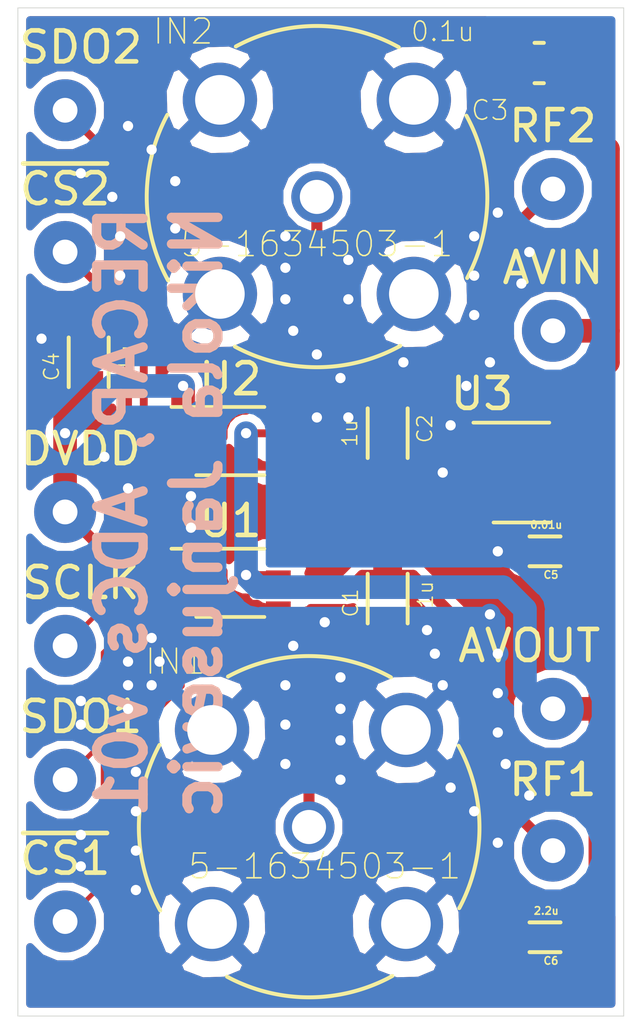
<source format=kicad_pcb>
(kicad_pcb (version 20171130) (host pcbnew 5.0.2-bee76a0~70~ubuntu16.04.1)

  (general
    (thickness 1.6)
    (drawings 5)
    (tracks 173)
    (zones 0)
    (modules 21)
    (nets 15)
  )

  (page A4)
  (title_block
    (title ADCs)
    (date 2019-01-24)
    (rev v01)
    (comment 4 "Author: Nikola Janjusevic")
  )

  (layers
    (0 F.Cu signal)
    (31 B.Cu signal)
    (32 B.Adhes user)
    (33 F.Adhes user)
    (34 B.Paste user)
    (35 F.Paste user)
    (36 B.SilkS user)
    (37 F.SilkS user)
    (38 B.Mask user)
    (39 F.Mask user)
    (40 Dwgs.User user)
    (41 Cmts.User user)
    (42 Eco1.User user)
    (43 Eco2.User user)
    (44 Edge.Cuts user)
    (45 Margin user)
    (46 B.CrtYd user)
    (47 F.CrtYd user)
    (48 B.Fab user)
    (49 F.Fab user hide)
  )

  (setup
    (last_trace_width 0.254)
    (user_trace_width 0.254)
    (user_trace_width 0.3556)
    (user_trace_width 0.762)
    (trace_clearance 0.1524)
    (zone_clearance 0.254)
    (zone_45_only no)
    (trace_min 0.1524)
    (segment_width 0.2)
    (edge_width 0.0254)
    (via_size 0.6858)
    (via_drill 0.3302)
    (via_min_size 0.508)
    (via_min_drill 0.254)
    (uvia_size 0.6858)
    (uvia_drill 0.3302)
    (uvias_allowed no)
    (uvia_min_size 0.2)
    (uvia_min_drill 0.1)
    (pcb_text_width 0.3)
    (pcb_text_size 1.5 1.5)
    (mod_edge_width 0.15)
    (mod_text_size 1 1)
    (mod_text_width 0.15)
    (pad_size 1.524 1.524)
    (pad_drill 0.762)
    (pad_to_mask_clearance 0.0508)
    (aux_axis_origin 0 0)
    (visible_elements FFFFFF7F)
    (pcbplotparams
      (layerselection 0x010f0_ffffffff)
      (usegerberextensions false)
      (usegerberattributes false)
      (usegerberadvancedattributes false)
      (creategerberjobfile false)
      (excludeedgelayer true)
      (linewidth 0.100000)
      (plotframeref false)
      (viasonmask false)
      (mode 1)
      (useauxorigin false)
      (hpglpennumber 1)
      (hpglpenspeed 20)
      (hpglpendiameter 15.000000)
      (psnegative false)
      (psa4output false)
      (plotreference true)
      (plotvalue true)
      (plotinvisibletext false)
      (padsonsilk false)
      (subtractmaskfromsilk false)
      (outputformat 1)
      (mirror false)
      (drillshape 0)
      (scaleselection 1)
      (outputdirectory "gerbers/"))
  )

  (net 0 "")
  (net 1 "Net-(C1-Pad1)")
  (net 2 GND)
  (net 3 "Net-(C2-Pad1)")
  (net 4 VAA)
  (net 5 "Net-(J5-Pad1)")
  (net 6 "Net-(J6-Pad1)")
  (net 7 "Net-(J7-Pad1)")
  (net 8 VDD)
  (net 9 "Net-(C1-Pad2)")
  (net 10 "Net-(C2-Pad2)")
  (net 11 "Net-(C3-Pad1)")
  (net 12 "Net-(C5-Pad1)")
  (net 13 "Net-(J8-Pad1)")
  (net 14 "Net-(J9-Pad1)")

  (net_class Default "This is the default net class."
    (clearance 0.1524)
    (trace_width 0.1524)
    (via_dia 0.6858)
    (via_drill 0.3302)
    (uvia_dia 0.6858)
    (uvia_drill 0.3302)
    (add_net GND)
    (add_net "Net-(C1-Pad1)")
    (add_net "Net-(C1-Pad2)")
    (add_net "Net-(C2-Pad1)")
    (add_net "Net-(C2-Pad2)")
    (add_net "Net-(C3-Pad1)")
    (add_net "Net-(C5-Pad1)")
    (add_net "Net-(J5-Pad1)")
    (add_net "Net-(J6-Pad1)")
    (add_net "Net-(J7-Pad1)")
    (add_net "Net-(J8-Pad1)")
    (add_net "Net-(J9-Pad1)")
    (add_net VAA)
    (add_net VDD)
  )

  (module 5-1634503-1:TE_5-1634503-1 (layer F.Cu) (tedit 5C4A4979) (tstamp 5C6E2902)
    (at 108.966 106.68)
    (path /5C49E0CB)
    (fp_text reference IN1 (at -4.318 -5.334) (layer F.SilkS)
      (effects (font (size 0.800945 0.800945) (thickness 0.05)))
    )
    (fp_text value 5-1634503-1 (at 0.508 1.27) (layer F.SilkS)
      (effects (font (size 0.800157 0.800157) (thickness 0.05)))
    )
    (fp_circle (center 0 0) (end 5.5 0) (layer Dwgs.User) (width 0.127))
    (fp_circle (center 0 0) (end 5.8 0) (layer Eco1.User) (width 0.05))
    (fp_circle (center 0 0) (end 2.5 0) (layer Dwgs.User) (width 0.1524))
    (fp_arc (start -0.007374 -0.035408) (end 2.646 -4.827) (angle -57.4) (layer F.SilkS) (width 0.127))
    (fp_arc (start 0.110957 0.002129) (end -4.827 -2.646) (angle -56.9) (layer F.SilkS) (width 0.127))
    (fp_arc (start 0.002129 -0.110957) (end -2.646 4.827) (angle -56.9) (layer F.SilkS) (width 0.127))
    (fp_arc (start 0.01011 0.01935) (end 4.8514 2.6162) (angle -56.9) (layer F.SilkS) (width 0.127))
    (pad 1 thru_hole circle (at 0 0) (size 1.65 1.65) (drill 1.1) (layers *.Cu *.Mask)
      (net 1 "Net-(C1-Pad1)"))
    (pad 2 thru_hole circle (at -3.13 -3.13) (size 2.4 2.4) (drill 1.6) (layers *.Cu *.Mask)
      (net 2 GND))
    (pad 3 thru_hole circle (at 3.13 -3.13) (size 2.4 2.4) (drill 1.6) (layers *.Cu *.Mask)
      (net 2 GND))
    (pad 4 thru_hole circle (at 3.13 3.13) (size 2.4 2.4) (drill 1.6) (layers *.Cu *.Mask)
      (net 2 GND))
    (pad 5 thru_hole circle (at -3.13 3.13) (size 2.4 2.4) (drill 1.6) (layers *.Cu *.Mask)
      (net 2 GND))
  )

  (module 5-1634503-1:TE_5-1634503-1 (layer F.Cu) (tedit 5C4A49A9) (tstamp 5C6E2912)
    (at 109.22 86.36)
    (path /5C49F144)
    (fp_text reference IN2 (at -4.318 -5.334) (layer F.SilkS)
      (effects (font (size 0.800945 0.800945) (thickness 0.05)))
    )
    (fp_text value 5-1634503-1 (at 0 1.524) (layer F.SilkS)
      (effects (font (size 0.800157 0.800157) (thickness 0.05)))
    )
    (fp_arc (start 0.01011 0.01935) (end 4.8514 2.6162) (angle -56.9) (layer F.SilkS) (width 0.127))
    (fp_arc (start 0.002129 -0.110957) (end -2.646 4.827) (angle -56.9) (layer F.SilkS) (width 0.127))
    (fp_arc (start 0.110957 0.002129) (end -4.827 -2.646) (angle -56.9) (layer F.SilkS) (width 0.127))
    (fp_arc (start -0.007374 -0.035408) (end 2.646 -4.827) (angle -57.4) (layer F.SilkS) (width 0.127))
    (fp_circle (center 0 0) (end 2.5 0) (layer Dwgs.User) (width 0.1524))
    (fp_circle (center 0 0) (end 5.8 0) (layer Eco1.User) (width 0.05))
    (fp_circle (center 0 0) (end 5.5 0) (layer Dwgs.User) (width 0.127))
    (pad 5 thru_hole circle (at -3.13 3.13) (size 2.4 2.4) (drill 1.6) (layers *.Cu *.Mask)
      (net 2 GND))
    (pad 4 thru_hole circle (at 3.13 3.13) (size 2.4 2.4) (drill 1.6) (layers *.Cu *.Mask)
      (net 2 GND))
    (pad 3 thru_hole circle (at 3.13 -3.13) (size 2.4 2.4) (drill 1.6) (layers *.Cu *.Mask)
      (net 2 GND))
    (pad 2 thru_hole circle (at -3.13 -3.13) (size 2.4 2.4) (drill 1.6) (layers *.Cu *.Mask)
      (net 2 GND))
    (pad 1 thru_hole circle (at 0 0) (size 1.65 1.65) (drill 1.1) (layers *.Cu *.Mask)
      (net 3 "Net-(C2-Pad1)"))
  )

  (module Connector_Wire:SolderWirePad_1x01_Drill0.8mm (layer F.Cu) (tedit 5C4A4857) (tstamp 5C6E291C)
    (at 116.84 107.442)
    (descr "Wire solder connection")
    (tags connector)
    (path /5C4A4D7A)
    (attr virtual)
    (fp_text reference RF1 (at 0 -2.286) (layer F.SilkS)
      (effects (font (size 1 1) (thickness 0.15)))
    )
    (fp_text value Conn_01x01_Female (at 0 2.54) (layer F.Fab)
      (effects (font (size 1 1) (thickness 0.15)))
    )
    (fp_text user %R (at 0 0) (layer F.Fab)
      (effects (font (size 1 1) (thickness 0.15)))
    )
    (fp_line (start -1.5 -1.5) (end 1.5 -1.5) (layer F.CrtYd) (width 0.05))
    (fp_line (start -1.5 -1.5) (end -1.5 1.5) (layer F.CrtYd) (width 0.05))
    (fp_line (start 1.5 1.5) (end 1.5 -1.5) (layer F.CrtYd) (width 0.05))
    (fp_line (start 1.5 1.5) (end -1.5 1.5) (layer F.CrtYd) (width 0.05))
    (pad 1 thru_hole circle (at 0 0) (size 1.99898 1.99898) (drill 0.8001) (layers *.Cu *.Mask)
      (net 9 "Net-(C1-Pad2)"))
  )

  (module Connector_Wire:SolderWirePad_1x01_Drill0.8mm (layer F.Cu) (tedit 5C4A4D1F) (tstamp 5C7A4AF7)
    (at 116.84 86.106)
    (descr "Wire solder connection")
    (tags connector)
    (path /5C4A4BBA)
    (attr virtual)
    (fp_text reference RF2 (at 0 -2.032) (layer F.SilkS)
      (effects (font (size 1 1) (thickness 0.15)))
    )
    (fp_text value Conn_01x01_Female (at 0 2.54) (layer F.Fab)
      (effects (font (size 1 1) (thickness 0.15)))
    )
    (fp_line (start 1.5 1.5) (end -1.5 1.5) (layer F.CrtYd) (width 0.05))
    (fp_line (start 1.5 1.5) (end 1.5 -1.5) (layer F.CrtYd) (width 0.05))
    (fp_line (start -1.5 -1.5) (end -1.5 1.5) (layer F.CrtYd) (width 0.05))
    (fp_line (start -1.5 -1.5) (end 1.5 -1.5) (layer F.CrtYd) (width 0.05))
    (fp_text user %R (at 0 0) (layer F.Fab)
      (effects (font (size 1 1) (thickness 0.15)))
    )
    (pad 1 thru_hole circle (at 0 0) (size 1.99898 1.99898) (drill 0.8001) (layers *.Cu *.Mask)
      (net 10 "Net-(C2-Pad2)"))
  )

  (module Connector_Wire:SolderWirePad_1x01_Drill0.8mm (layer F.Cu) (tedit 5C4A4613) (tstamp 5C6E2930)
    (at 101.092 105.156)
    (descr "Wire solder connection")
    (tags connector)
    (path /5C49E9AC)
    (attr virtual)
    (fp_text reference SDO1 (at 0.508 -2.032) (layer F.SilkS)
      (effects (font (size 1 1) (thickness 0.15)))
    )
    (fp_text value Conn_01x01_Female (at 0 2.54) (layer F.Fab)
      (effects (font (size 1 1) (thickness 0.15)))
    )
    (fp_text user %R (at 0 0) (layer F.Fab)
      (effects (font (size 1 1) (thickness 0.15)))
    )
    (fp_line (start -1.5 -1.5) (end 1.5 -1.5) (layer F.CrtYd) (width 0.05))
    (fp_line (start -1.5 -1.5) (end -1.5 1.5) (layer F.CrtYd) (width 0.05))
    (fp_line (start 1.5 1.5) (end 1.5 -1.5) (layer F.CrtYd) (width 0.05))
    (fp_line (start 1.5 1.5) (end -1.5 1.5) (layer F.CrtYd) (width 0.05))
    (pad 1 thru_hole circle (at 0 0) (size 1.99898 1.99898) (drill 0.8001) (layers *.Cu *.Mask)
      (net 5 "Net-(J5-Pad1)"))
  )

  (module Connector_Wire:SolderWirePad_1x01_Drill0.8mm (layer F.Cu) (tedit 5C4A45EF) (tstamp 5C6E293A)
    (at 101.092 109.728)
    (descr "Wire solder connection")
    (tags connector)
    (path /5C49EA39)
    (attr virtual)
    (fp_text reference ~CS1 (at 0 -2.032) (layer F.SilkS)
      (effects (font (size 1 1) (thickness 0.15)))
    )
    (fp_text value Conn_01x01_Female (at 0 2.54) (layer F.Fab)
      (effects (font (size 1 1) (thickness 0.15)))
    )
    (fp_line (start 1.5 1.5) (end -1.5 1.5) (layer F.CrtYd) (width 0.05))
    (fp_line (start 1.5 1.5) (end 1.5 -1.5) (layer F.CrtYd) (width 0.05))
    (fp_line (start -1.5 -1.5) (end -1.5 1.5) (layer F.CrtYd) (width 0.05))
    (fp_line (start -1.5 -1.5) (end 1.5 -1.5) (layer F.CrtYd) (width 0.05))
    (fp_text user %R (at 0 0) (layer F.Fab)
      (effects (font (size 1 1) (thickness 0.15)))
    )
    (pad 1 thru_hole circle (at 0 0) (size 1.99898 1.99898) (drill 0.8001) (layers *.Cu *.Mask)
      (net 6 "Net-(J6-Pad1)"))
  )

  (module Connector_Wire:SolderWirePad_1x01_Drill0.8mm (layer F.Cu) (tedit 5C4A4607) (tstamp 5C6E2944)
    (at 101.092 83.566)
    (descr "Wire solder connection")
    (tags connector)
    (path /5C49F157)
    (attr virtual)
    (fp_text reference SDO2 (at 0.508 -2.032) (layer F.SilkS)
      (effects (font (size 1 1) (thickness 0.15)))
    )
    (fp_text value Conn_01x01_Female (at 0 2.54) (layer F.Fab)
      (effects (font (size 1 1) (thickness 0.15)))
    )
    (fp_text user %R (at 0 0) (layer F.Fab)
      (effects (font (size 1 1) (thickness 0.15)))
    )
    (fp_line (start -1.5 -1.5) (end 1.5 -1.5) (layer F.CrtYd) (width 0.05))
    (fp_line (start -1.5 -1.5) (end -1.5 1.5) (layer F.CrtYd) (width 0.05))
    (fp_line (start 1.5 1.5) (end 1.5 -1.5) (layer F.CrtYd) (width 0.05))
    (fp_line (start 1.5 1.5) (end -1.5 1.5) (layer F.CrtYd) (width 0.05))
    (pad 1 thru_hole circle (at 0 0) (size 1.99898 1.99898) (drill 0.8001) (layers *.Cu *.Mask)
      (net 7 "Net-(J7-Pad1)"))
  )

  (module Connector_Wire:SolderWirePad_1x01_Drill0.8mm (layer F.Cu) (tedit 5C4A45E3) (tstamp 5C6E294E)
    (at 101.092 88.138)
    (descr "Wire solder connection")
    (tags connector)
    (path /5C49F15E)
    (attr virtual)
    (fp_text reference ~CS2 (at 0 -2.032) (layer F.SilkS)
      (effects (font (size 1 1) (thickness 0.15)))
    )
    (fp_text value Conn_01x01_Female (at 0 2.54) (layer F.Fab)
      (effects (font (size 1 1) (thickness 0.15)))
    )
    (fp_text user %R (at 0 0) (layer F.Fab)
      (effects (font (size 1 1) (thickness 0.15)))
    )
    (fp_line (start -1.5 -1.5) (end 1.5 -1.5) (layer F.CrtYd) (width 0.05))
    (fp_line (start -1.5 -1.5) (end -1.5 1.5) (layer F.CrtYd) (width 0.05))
    (fp_line (start 1.5 1.5) (end 1.5 -1.5) (layer F.CrtYd) (width 0.05))
    (fp_line (start 1.5 1.5) (end -1.5 1.5) (layer F.CrtYd) (width 0.05))
    (pad 1 thru_hole circle (at 0 0) (size 1.99898 1.99898) (drill 0.8001) (layers *.Cu *.Mask)
      (net 13 "Net-(J8-Pad1)"))
  )

  (module Connector_Wire:SolderWirePad_1x01_Drill0.8mm (layer F.Cu) (tedit 5C4A4543) (tstamp 5C6E2958)
    (at 101.092 100.838)
    (descr "Wire solder connection")
    (tags connector)
    (path /5C4A390B)
    (attr virtual)
    (fp_text reference SCLK (at 0.508 -2.032) (layer F.SilkS)
      (effects (font (size 1 1) (thickness 0.15)))
    )
    (fp_text value Conn_01x01_Female (at 0 2.54) (layer F.Fab)
      (effects (font (size 1 1) (thickness 0.15)))
    )
    (fp_line (start 1.5 1.5) (end -1.5 1.5) (layer F.CrtYd) (width 0.05))
    (fp_line (start 1.5 1.5) (end 1.5 -1.5) (layer F.CrtYd) (width 0.05))
    (fp_line (start -1.5 -1.5) (end -1.5 1.5) (layer F.CrtYd) (width 0.05))
    (fp_line (start -1.5 -1.5) (end 1.5 -1.5) (layer F.CrtYd) (width 0.05))
    (fp_text user %R (at 0 0) (layer F.Fab)
      (effects (font (size 1 1) (thickness 0.15)))
    )
    (pad 1 thru_hole circle (at 0 0) (size 1.99898 1.99898) (drill 0.8001) (layers *.Cu *.Mask)
      (net 14 "Net-(J9-Pad1)"))
  )

  (module Package_SO:VSSOP-8_2.3x2mm_P0.5mm (layer F.Cu) (tedit 5A02F25C) (tstamp 5C7A265B)
    (at 106.426 98.806)
    (descr "VSSOP-8 2.3x2mm Pitch 0.5mm")
    (tags "VSSOP-8 2.3x2mm Pitch 0.5mm")
    (path /5C49DE5B)
    (attr smd)
    (fp_text reference U1 (at 0 -2) (layer F.SilkS)
      (effects (font (size 1 1) (thickness 0.15)))
    )
    (fp_text value ADS7040xDCU (at 0 2.2) (layer F.Fab)
      (effects (font (size 1 1) (thickness 0.15)))
    )
    (fp_line (start -2.25 -1.25) (end 2.25 -1.25) (layer F.CrtYd) (width 0.05))
    (fp_line (start -2.25 1.25) (end -2.25 -1.25) (layer F.CrtYd) (width 0.05))
    (fp_line (start 2.25 1.25) (end -2.25 1.25) (layer F.CrtYd) (width 0.05))
    (fp_line (start 2.25 -1.25) (end 2.25 1.25) (layer F.CrtYd) (width 0.05))
    (fp_line (start 1.1 1.1) (end -1.1 1.1) (layer F.SilkS) (width 0.12))
    (fp_line (start 1.1 -1.1) (end -1.9 -1.1) (layer F.SilkS) (width 0.12))
    (fp_line (start -0.6 -1) (end -1.15 -0.45) (layer F.Fab) (width 0.1))
    (fp_line (start -0.6 -1) (end 1.15 -1) (layer F.Fab) (width 0.1))
    (fp_line (start -1.15 1) (end -1.15 -0.45) (layer F.Fab) (width 0.1))
    (fp_line (start 1.15 1) (end -1.15 1) (layer F.Fab) (width 0.1))
    (fp_line (start 1.15 -1) (end 1.15 1) (layer F.Fab) (width 0.1))
    (fp_text user %R (at 0 0) (layer F.Fab)
      (effects (font (size 0.5 0.5) (thickness 0.1)))
    )
    (pad 1 smd rect (at -1.55 -0.75 270) (size 0.3 0.8) (layers F.Cu F.Paste F.Mask)
      (net 8 VDD))
    (pad 2 smd rect (at -1.55 -0.25 270) (size 0.3 0.8) (layers F.Cu F.Paste F.Mask)
      (net 14 "Net-(J9-Pad1)"))
    (pad 3 smd rect (at -1.55 0.25 270) (size 0.3 0.8) (layers F.Cu F.Paste F.Mask)
      (net 5 "Net-(J5-Pad1)"))
    (pad 4 smd rect (at -1.55 0.75 270) (size 0.3 0.8) (layers F.Cu F.Paste F.Mask)
      (net 6 "Net-(J6-Pad1)"))
    (pad 5 smd rect (at 1.55 0.75 270) (size 0.3 0.8) (layers F.Cu F.Paste F.Mask)
      (net 2 GND))
    (pad 6 smd rect (at 1.55 0.25 270) (size 0.3 0.8) (layers F.Cu F.Paste F.Mask)
      (net 9 "Net-(C1-Pad2)"))
    (pad 7 smd rect (at 1.55 -0.25 270) (size 0.3 0.8) (layers F.Cu F.Paste F.Mask)
      (net 4 VAA))
    (pad 8 smd rect (at 1.55 -0.75 270) (size 0.3 0.8) (layers F.Cu F.Paste F.Mask)
      (net 2 GND))
    (model ${KISYS3DMOD}/Package_SO.3dshapes/VSSOP-8_2.3x2mm_P0.5mm.wrl
      (at (xyz 0 0 0))
      (scale (xyz 1 1 1))
      (rotate (xyz 0 0 0))
    )
  )

  (module Package_SO:VSSOP-8_2.3x2mm_P0.5mm (layer F.Cu) (tedit 5A02F25C) (tstamp 5C7A1F2C)
    (at 106.426 94.234)
    (descr "VSSOP-8 2.3x2mm Pitch 0.5mm")
    (tags "VSSOP-8 2.3x2mm Pitch 0.5mm")
    (path /5C49F134)
    (attr smd)
    (fp_text reference U2 (at 0 -2) (layer F.SilkS)
      (effects (font (size 1 1) (thickness 0.15)))
    )
    (fp_text value ADS7040xDCU (at 0 2.2) (layer F.Fab)
      (effects (font (size 1 1) (thickness 0.15)))
    )
    (fp_text user %R (at 0 0) (layer F.Fab)
      (effects (font (size 0.5 0.5) (thickness 0.1)))
    )
    (fp_line (start 1.15 -1) (end 1.15 1) (layer F.Fab) (width 0.1))
    (fp_line (start 1.15 1) (end -1.15 1) (layer F.Fab) (width 0.1))
    (fp_line (start -1.15 1) (end -1.15 -0.45) (layer F.Fab) (width 0.1))
    (fp_line (start -0.6 -1) (end 1.15 -1) (layer F.Fab) (width 0.1))
    (fp_line (start -0.6 -1) (end -1.15 -0.45) (layer F.Fab) (width 0.1))
    (fp_line (start 1.1 -1.1) (end -1.9 -1.1) (layer F.SilkS) (width 0.12))
    (fp_line (start 1.1 1.1) (end -1.1 1.1) (layer F.SilkS) (width 0.12))
    (fp_line (start 2.25 -1.25) (end 2.25 1.25) (layer F.CrtYd) (width 0.05))
    (fp_line (start 2.25 1.25) (end -2.25 1.25) (layer F.CrtYd) (width 0.05))
    (fp_line (start -2.25 1.25) (end -2.25 -1.25) (layer F.CrtYd) (width 0.05))
    (fp_line (start -2.25 -1.25) (end 2.25 -1.25) (layer F.CrtYd) (width 0.05))
    (pad 8 smd rect (at 1.55 -0.75 270) (size 0.3 0.8) (layers F.Cu F.Paste F.Mask)
      (net 2 GND))
    (pad 7 smd rect (at 1.55 -0.25 270) (size 0.3 0.8) (layers F.Cu F.Paste F.Mask)
      (net 4 VAA))
    (pad 6 smd rect (at 1.55 0.25 270) (size 0.3 0.8) (layers F.Cu F.Paste F.Mask)
      (net 10 "Net-(C2-Pad2)"))
    (pad 5 smd rect (at 1.55 0.75 270) (size 0.3 0.8) (layers F.Cu F.Paste F.Mask)
      (net 2 GND))
    (pad 4 smd rect (at -1.55 0.75 270) (size 0.3 0.8) (layers F.Cu F.Paste F.Mask)
      (net 13 "Net-(J8-Pad1)"))
    (pad 3 smd rect (at -1.55 0.25 270) (size 0.3 0.8) (layers F.Cu F.Paste F.Mask)
      (net 7 "Net-(J7-Pad1)"))
    (pad 2 smd rect (at -1.55 -0.25 270) (size 0.3 0.8) (layers F.Cu F.Paste F.Mask)
      (net 14 "Net-(J9-Pad1)"))
    (pad 1 smd rect (at -1.55 -0.75 270) (size 0.3 0.8) (layers F.Cu F.Paste F.Mask)
      (net 8 VDD))
    (model ${KISYS3DMOD}/Package_SO.3dshapes/VSSOP-8_2.3x2mm_P0.5mm.wrl
      (at (xyz 0 0 0))
      (scale (xyz 1 1 1))
      (rotate (xyz 0 0 0))
    )
  )

  (module Package_TO_SOT_SMD:SOT-23-5 (layer F.Cu) (tedit 5A02FF57) (tstamp 5C7A4899)
    (at 115.824 95.25)
    (descr "5-pin SOT23 package")
    (tags SOT-23-5)
    (path /5C49FA91)
    (attr smd)
    (fp_text reference U3 (at -1.27 -2.54) (layer F.SilkS)
      (effects (font (size 1 1) (thickness 0.15)))
    )
    (fp_text value TPS79333-EP (at 0 2.9) (layer F.Fab)
      (effects (font (size 1 1) (thickness 0.15)))
    )
    (fp_text user %R (at 0 0 90) (layer F.Fab)
      (effects (font (size 0.5 0.5) (thickness 0.075)))
    )
    (fp_line (start -0.9 1.61) (end 0.9 1.61) (layer F.SilkS) (width 0.12))
    (fp_line (start 0.9 -1.61) (end -1.55 -1.61) (layer F.SilkS) (width 0.12))
    (fp_line (start -1.9 -1.8) (end 1.9 -1.8) (layer F.CrtYd) (width 0.05))
    (fp_line (start 1.9 -1.8) (end 1.9 1.8) (layer F.CrtYd) (width 0.05))
    (fp_line (start 1.9 1.8) (end -1.9 1.8) (layer F.CrtYd) (width 0.05))
    (fp_line (start -1.9 1.8) (end -1.9 -1.8) (layer F.CrtYd) (width 0.05))
    (fp_line (start -0.9 -0.9) (end -0.25 -1.55) (layer F.Fab) (width 0.1))
    (fp_line (start 0.9 -1.55) (end -0.25 -1.55) (layer F.Fab) (width 0.1))
    (fp_line (start -0.9 -0.9) (end -0.9 1.55) (layer F.Fab) (width 0.1))
    (fp_line (start 0.9 1.55) (end -0.9 1.55) (layer F.Fab) (width 0.1))
    (fp_line (start 0.9 -1.55) (end 0.9 1.55) (layer F.Fab) (width 0.1))
    (pad 1 smd rect (at -1.1 -0.95) (size 1.06 0.65) (layers F.Cu F.Paste F.Mask)
      (net 11 "Net-(C3-Pad1)"))
    (pad 2 smd rect (at -1.1 0) (size 1.06 0.65) (layers F.Cu F.Paste F.Mask)
      (net 2 GND))
    (pad 3 smd rect (at -1.1 0.95) (size 1.06 0.65) (layers F.Cu F.Paste F.Mask)
      (net 11 "Net-(C3-Pad1)"))
    (pad 4 smd rect (at 1.1 0.95) (size 1.06 0.65) (layers F.Cu F.Paste F.Mask)
      (net 12 "Net-(C5-Pad1)"))
    (pad 5 smd rect (at 1.1 -0.95) (size 1.06 0.65) (layers F.Cu F.Paste F.Mask)
      (net 4 VAA))
    (model ${KISYS3DMOD}/Package_TO_SOT_SMD.3dshapes/SOT-23-5.wrl
      (at (xyz 0 0 0))
      (scale (xyz 1 1 1))
      (rotate (xyz 0 0 0))
    )
  )

  (module GRT188R61H105KE13D:CAPC1608X9N (layer F.Cu) (tedit 0) (tstamp 5C7A21A2)
    (at 111.506 99.314 90)
    (path /5C4A1C2B)
    (attr smd)
    (fp_text reference C1 (at -0.14302 -1.19863 90) (layer F.SilkS)
      (effects (font (size 0.480732 0.480732) (thickness 0.05)))
    )
    (fp_text value 1u (at 0.12711 1.22026 90) (layer F.SilkS)
      (effects (font (size 0.480416 0.480416) (thickness 0.05)))
    )
    (fp_line (start -1.47 0.72) (end -1.47 -0.72) (layer Eco1.User) (width 0.05))
    (fp_line (start 1.47 0.72) (end -1.47 0.72) (layer Eco1.User) (width 0.05))
    (fp_line (start 1.47 -0.72) (end 1.47 0.72) (layer Eco1.User) (width 0.05))
    (fp_line (start -1.47 -0.72) (end 1.47 -0.72) (layer Eco1.User) (width 0.05))
    (fp_line (start -0.8 0.645) (end 0.8 0.645) (layer F.SilkS) (width 0.127))
    (fp_line (start -0.8 -0.645) (end 0.8 -0.645) (layer F.SilkS) (width 0.127))
    (fp_line (start 0.85 0.45) (end -0.85 0.45) (layer Dwgs.User) (width 0.127))
    (fp_line (start 0.85 -0.45) (end 0.85 0.45) (layer Dwgs.User) (width 0.127))
    (fp_line (start -0.85 -0.45) (end 0.85 -0.45) (layer Dwgs.User) (width 0.127))
    (fp_line (start -0.85 0.45) (end -0.85 -0.45) (layer Dwgs.User) (width 0.127))
    (pad 2 smd rect (at 0.75 0 90) (size 0.93 0.93) (layers F.Cu F.Paste F.Mask)
      (net 9 "Net-(C1-Pad2)"))
    (pad 1 smd rect (at -0.75 0 90) (size 0.93 0.93) (layers F.Cu F.Paste F.Mask)
      (net 1 "Net-(C1-Pad1)"))
  )

  (module GRT188R61H105KE13D:CAPC1608X9N (layer F.Cu) (tedit 5C4A3E14) (tstamp 5C7A447F)
    (at 111.506 93.98 270)
    (path /5C4A26B5)
    (attr smd)
    (fp_text reference C2 (at -0.14302 -1.19863 270) (layer F.SilkS)
      (effects (font (size 0.480732 0.480732) (thickness 0.05)))
    )
    (fp_text value 1u (at 0 1.22026 270) (layer F.SilkS)
      (effects (font (size 0.480416 0.480416) (thickness 0.05)))
    )
    (fp_line (start -0.85 0.45) (end -0.85 -0.45) (layer Dwgs.User) (width 0.127))
    (fp_line (start -0.85 -0.45) (end 0.85 -0.45) (layer Dwgs.User) (width 0.127))
    (fp_line (start 0.85 -0.45) (end 0.85 0.45) (layer Dwgs.User) (width 0.127))
    (fp_line (start 0.85 0.45) (end -0.85 0.45) (layer Dwgs.User) (width 0.127))
    (fp_line (start -0.8 -0.645) (end 0.8 -0.645) (layer F.SilkS) (width 0.127))
    (fp_line (start -0.8 0.645) (end 0.8 0.645) (layer F.SilkS) (width 0.127))
    (fp_line (start -1.47 -0.72) (end 1.47 -0.72) (layer Eco1.User) (width 0.05))
    (fp_line (start 1.47 -0.72) (end 1.47 0.72) (layer Eco1.User) (width 0.05))
    (fp_line (start 1.47 0.72) (end -1.47 0.72) (layer Eco1.User) (width 0.05))
    (fp_line (start -1.47 0.72) (end -1.47 -0.72) (layer Eco1.User) (width 0.05))
    (pad 1 smd rect (at -0.75 0 270) (size 0.93 0.93) (layers F.Cu F.Paste F.Mask)
      (net 3 "Net-(C2-Pad1)"))
    (pad 2 smd rect (at 0.75 0 270) (size 0.93 0.93) (layers F.Cu F.Paste F.Mask)
      (net 10 "Net-(C2-Pad2)"))
  )

  (module GCJ21BR71H104KA01L:CAPC2012X135N (layer F.Cu) (tedit 0) (tstamp 5C7A20D0)
    (at 116.398 82.042 180)
    (path /5C49FE0F)
    (attr smd)
    (fp_text reference C3 (at 1.59 -1.524 180) (layer F.SilkS)
      (effects (font (size 0.629921 0.629921) (thickness 0.05)))
    )
    (fp_text value 0.1u (at 3.114 1.016 180) (layer F.SilkS)
      (effects (font (size 0.629921 0.629921) (thickness 0.05)))
    )
    (fp_line (start -1.873 -0.983) (end 1.873 -0.983) (layer Eco1.User) (width 0.0508))
    (fp_line (start 1.873 0.983) (end -1.873 0.983) (layer Eco1.User) (width 0.0508))
    (fp_line (start -1.873 0.983) (end -1.873 -0.983) (layer Eco1.User) (width 0.0508))
    (fp_line (start -0.381 -0.66) (end 0.381 -0.66) (layer Dwgs.User) (width 0.1016))
    (fp_line (start -0.356 0.66) (end 0.381 0.66) (layer Dwgs.User) (width 0.1016))
    (fp_line (start 1.873 -0.983) (end 1.873 0.983) (layer Eco1.User) (width 0.0508))
    (fp_poly (pts (xy -1.0922 -0.7262) (xy -0.3421 -0.7262) (xy -0.3421 0.7239) (xy -1.0922 0.7239)) (layer Dwgs.User) (width 0))
    (fp_poly (pts (xy 0.3556 -0.7262) (xy 1.1057 -0.7262) (xy 1.1057 0.7239) (xy 0.3556 0.7239)) (layer Dwgs.User) (width 0))
    (fp_line (start -0.15 -0.65) (end 0.15 -0.65) (layer F.SilkS) (width 0.127))
    (fp_line (start -0.15 0.65) (end 0.15 0.65) (layer F.SilkS) (width 0.127))
    (pad 1 smd rect (at -0.95 0 180) (size 1.3 1.5) (layers F.Cu F.Paste F.Mask)
      (net 11 "Net-(C3-Pad1)"))
    (pad 2 smd rect (at 0.95 0 180) (size 1.3 1.5) (layers F.Cu F.Paste F.Mask)
      (net 2 GND))
  )

  (module GRT188R61H105KE13D:CAPC1608X9N (layer F.Cu) (tedit 0) (tstamp 5C7A0CFC)
    (at 101.854 91.694 90)
    (path /5C4A3EFB)
    (attr smd)
    (fp_text reference C4 (at -0.14302 -1.19863 90) (layer F.SilkS)
      (effects (font (size 0.480732 0.480732) (thickness 0.05)))
    )
    (fp_text value 1u (at 0.12711 1.22026 90) (layer F.SilkS)
      (effects (font (size 0.480416 0.480416) (thickness 0.05)))
    )
    (fp_line (start -0.85 0.45) (end -0.85 -0.45) (layer Dwgs.User) (width 0.127))
    (fp_line (start -0.85 -0.45) (end 0.85 -0.45) (layer Dwgs.User) (width 0.127))
    (fp_line (start 0.85 -0.45) (end 0.85 0.45) (layer Dwgs.User) (width 0.127))
    (fp_line (start 0.85 0.45) (end -0.85 0.45) (layer Dwgs.User) (width 0.127))
    (fp_line (start -0.8 -0.645) (end 0.8 -0.645) (layer F.SilkS) (width 0.127))
    (fp_line (start -0.8 0.645) (end 0.8 0.645) (layer F.SilkS) (width 0.127))
    (fp_line (start -1.47 -0.72) (end 1.47 -0.72) (layer Eco1.User) (width 0.05))
    (fp_line (start 1.47 -0.72) (end 1.47 0.72) (layer Eco1.User) (width 0.05))
    (fp_line (start 1.47 0.72) (end -1.47 0.72) (layer Eco1.User) (width 0.05))
    (fp_line (start -1.47 0.72) (end -1.47 -0.72) (layer Eco1.User) (width 0.05))
    (pad 1 smd rect (at -0.75 0 90) (size 0.93 0.93) (layers F.Cu F.Paste F.Mask)
      (net 8 VDD))
    (pad 2 smd rect (at 0.75 0 90) (size 0.93 0.93) (layers F.Cu F.Paste F.Mask)
      (net 2 GND))
  )

  (module GCM155R71H103JA55D:CAPC1005X55N (layer F.Cu) (tedit 0) (tstamp 5C7A2138)
    (at 116.586 97.79 180)
    (path /5C4A024E)
    (attr smd)
    (fp_text reference C5 (at -0.191883 -0.758223 180) (layer F.SilkS)
      (effects (font (size 0.241854 0.241854) (thickness 0.05)))
    )
    (fp_text value 0.01u (at -0.038286 0.854076 180) (layer F.SilkS)
      (effects (font (size 0.241833 0.241833) (thickness 0.05)))
    )
    (fp_line (start 0.53 -0.28) (end -0.53 -0.28) (layer Dwgs.User) (width 0.127))
    (fp_line (start -0.53 -0.28) (end -0.53 0.28) (layer Dwgs.User) (width 0.127))
    (fp_line (start -0.53 0.28) (end 0.53 0.28) (layer Dwgs.User) (width 0.127))
    (fp_line (start 0.53 0.28) (end 0.53 -0.28) (layer Dwgs.User) (width 0.127))
    (fp_line (start 0.5 -0.48) (end -0.5 -0.48) (layer F.SilkS) (width 0.127))
    (fp_line (start -0.5 0.48) (end 0.5 0.48) (layer F.SilkS) (width 0.127))
    (fp_line (start 0.85 -0.54) (end -0.85 -0.54) (layer Eco1.User) (width 0.05))
    (fp_line (start -0.85 -0.54) (end -0.85 0.54) (layer Eco1.User) (width 0.05))
    (fp_line (start -0.85 0.54) (end 0.85 0.54) (layer Eco1.User) (width 0.05))
    (fp_line (start 0.85 0.54) (end 0.85 -0.54) (layer Eco1.User) (width 0.05))
    (pad 1 smd rect (at -0.43 0 270) (size 0.6 0.54) (layers F.Cu F.Paste F.Mask)
      (net 12 "Net-(C5-Pad1)"))
    (pad 2 smd rect (at 0.43 0 270) (size 0.6 0.54) (layers F.Cu F.Paste F.Mask)
      (net 2 GND))
  )

  (module GRT155R61C225ME13D:CAPC1005X55N (layer F.Cu) (tedit 0) (tstamp 5C7A0D1C)
    (at 116.586 110.236 180)
    (path /5C49FFC9)
    (attr smd)
    (fp_text reference C6 (at -0.191883 -0.758223 180) (layer F.SilkS)
      (effects (font (size 0.241854 0.241854) (thickness 0.05)))
    )
    (fp_text value 2.2u (at -0.038286 0.854076 180) (layer F.SilkS)
      (effects (font (size 0.241833 0.241833) (thickness 0.05)))
    )
    (fp_line (start 0.53 -0.28) (end -0.53 -0.28) (layer Dwgs.User) (width 0.127))
    (fp_line (start -0.53 -0.28) (end -0.53 0.28) (layer Dwgs.User) (width 0.127))
    (fp_line (start -0.53 0.28) (end 0.53 0.28) (layer Dwgs.User) (width 0.127))
    (fp_line (start 0.53 0.28) (end 0.53 -0.28) (layer Dwgs.User) (width 0.127))
    (fp_line (start 0.5 -0.48) (end -0.5 -0.48) (layer F.SilkS) (width 0.127))
    (fp_line (start -0.5 0.48) (end 0.5 0.48) (layer F.SilkS) (width 0.127))
    (fp_line (start 0.85 -0.54) (end -0.85 -0.54) (layer Eco1.User) (width 0.05))
    (fp_line (start -0.85 -0.54) (end -0.85 0.54) (layer Eco1.User) (width 0.05))
    (fp_line (start -0.85 0.54) (end 0.85 0.54) (layer Eco1.User) (width 0.05))
    (fp_line (start 0.85 0.54) (end 0.85 -0.54) (layer Eco1.User) (width 0.05))
    (pad 1 smd rect (at -0.43 0 270) (size 0.6 0.54) (layers F.Cu F.Paste F.Mask)
      (net 4 VAA))
    (pad 2 smd rect (at 0.43 0 270) (size 0.6 0.54) (layers F.Cu F.Paste F.Mask)
      (net 2 GND))
  )

  (module Connector_Wire:SolderWirePad_1x01_Drill0.8mm (layer F.Cu) (tedit 5C4A47DA) (tstamp 5C7A4ADC)
    (at 116.84 90.678)
    (descr "Wire solder connection")
    (tags connector)
    (path /5C4A2826)
    (attr virtual)
    (fp_text reference AVIN (at 0 -2.032) (layer F.SilkS)
      (effects (font (size 1 1) (thickness 0.15)))
    )
    (fp_text value Conn_01x01_Female (at 0 2.54) (layer F.Fab)
      (effects (font (size 1 1) (thickness 0.15)))
    )
    (fp_text user %R (at 0 0) (layer F.Fab)
      (effects (font (size 1 1) (thickness 0.15)))
    )
    (fp_line (start -1.5 -1.5) (end 1.5 -1.5) (layer F.CrtYd) (width 0.05))
    (fp_line (start -1.5 -1.5) (end -1.5 1.5) (layer F.CrtYd) (width 0.05))
    (fp_line (start 1.5 1.5) (end 1.5 -1.5) (layer F.CrtYd) (width 0.05))
    (fp_line (start 1.5 1.5) (end -1.5 1.5) (layer F.CrtYd) (width 0.05))
    (pad 1 thru_hole circle (at 0 0) (size 1.99898 1.99898) (drill 0.8001) (layers *.Cu *.Mask)
      (net 11 "Net-(C3-Pad1)"))
  )

  (module Connector_Wire:SolderWirePad_1x01_Drill0.8mm (layer F.Cu) (tedit 5C4A4597) (tstamp 5C7A3839)
    (at 101.092 96.52)
    (descr "Wire solder connection")
    (tags connector)
    (path /5C4A3472)
    (attr virtual)
    (fp_text reference DVDD (at 0.508 -2.032) (layer F.SilkS)
      (effects (font (size 1 1) (thickness 0.15)))
    )
    (fp_text value Conn_01x01_Female (at 0 2.54) (layer F.Fab)
      (effects (font (size 1 1) (thickness 0.15)))
    )
    (fp_text user %R (at 0 0) (layer F.Fab)
      (effects (font (size 1 1) (thickness 0.15)))
    )
    (fp_line (start -1.5 -1.5) (end 1.5 -1.5) (layer F.CrtYd) (width 0.05))
    (fp_line (start -1.5 -1.5) (end -1.5 1.5) (layer F.CrtYd) (width 0.05))
    (fp_line (start 1.5 1.5) (end 1.5 -1.5) (layer F.CrtYd) (width 0.05))
    (fp_line (start 1.5 1.5) (end -1.5 1.5) (layer F.CrtYd) (width 0.05))
    (pad 1 thru_hole circle (at 0 0) (size 1.99898 1.99898) (drill 0.8001) (layers *.Cu *.Mask)
      (net 8 VDD))
  )

  (module Connector_Wire:SolderWirePad_1x01_Drill0.8mm (layer F.Cu) (tedit 5C4A47ED) (tstamp 5C7A0D3A)
    (at 116.84 102.87)
    (descr "Wire solder connection")
    (tags connector)
    (path /5C4A4DEE)
    (attr virtual)
    (fp_text reference AVOUT (at -0.762 -2.032) (layer F.SilkS)
      (effects (font (size 1 1) (thickness 0.15)))
    )
    (fp_text value Conn_01x01_Female (at 0 2.54) (layer F.Fab)
      (effects (font (size 1 1) (thickness 0.15)))
    )
    (fp_line (start 1.5 1.5) (end -1.5 1.5) (layer F.CrtYd) (width 0.05))
    (fp_line (start 1.5 1.5) (end 1.5 -1.5) (layer F.CrtYd) (width 0.05))
    (fp_line (start -1.5 -1.5) (end -1.5 1.5) (layer F.CrtYd) (width 0.05))
    (fp_line (start -1.5 -1.5) (end 1.5 -1.5) (layer F.CrtYd) (width 0.05))
    (fp_text user %R (at 0 0) (layer F.Fab)
      (effects (font (size 1 1) (thickness 0.15)))
    )
    (pad 1 thru_hole circle (at 0 0) (size 1.99898 1.99898) (drill 0.8001) (layers *.Cu *.Mask)
      (net 4 VAA))
  )

  (gr_text "RECAP, ADCs v01\nNikola Janjusevic" (at 104.14 96.52 90) (layer B.SilkS)
    (effects (font (size 1.5 1.5) (thickness 0.3)) (justify mirror))
  )
  (gr_line (start 99.568 112.776) (end 99.568 80.264) (layer Edge.Cuts) (width 0.0254))
  (gr_line (start 119.126 112.776) (end 99.568 112.776) (layer Edge.Cuts) (width 0.0254))
  (gr_line (start 119.126 80.264) (end 119.126 112.776) (layer Edge.Cuts) (width 0.0254))
  (gr_line (start 99.568 80.264) (end 119.126 80.264) (layer Edge.Cuts) (width 0.0254))

  (via (at 110.236 88.392) (size 0.6858) (drill 0.3302) (layers F.Cu B.Cu) (net 2))
  (via (at 108.204 88.646) (size 0.6858) (drill 0.3302) (layers F.Cu B.Cu) (net 2))
  (via (at 110.236 89.662) (size 0.6858) (drill 0.3302) (layers F.Cu B.Cu) (net 2))
  (via (at 108.458 90.678) (size 0.6858) (drill 0.3302) (layers F.Cu B.Cu) (net 2))
  (via (at 109.22 91.44) (size 0.6858) (drill 0.3302) (layers F.Cu B.Cu) (net 2))
  (via (at 112.014 91.694) (size 0.6858) (drill 0.3302) (layers F.Cu B.Cu) (net 2))
  (via (at 108.204 89.662) (size 0.6858) (drill 0.3302) (layers F.Cu B.Cu) (net 2))
  (via (at 108.204 87.63) (size 0.6858) (drill 0.3302) (layers F.Cu B.Cu) (net 2))
  (via (at 109.982 92.202) (size 0.6858) (drill 0.3302) (layers F.Cu B.Cu) (net 2))
  (via (at 110.236 93.472) (size 0.6858) (drill 0.3302) (layers F.Cu B.Cu) (net 2))
  (via (at 109.22 93.472) (size 0.6858) (drill 0.3302) (layers F.Cu B.Cu) (net 2))
  (via (at 112.776 100.33) (size 0.6858) (drill 0.3302) (layers F.Cu B.Cu) (net 2))
  (via (at 113.03 101.092) (size 0.6858) (drill 0.3302) (layers F.Cu B.Cu) (net 2))
  (via (at 113.284 102.108) (size 0.6858) (drill 0.3302) (layers F.Cu B.Cu) (net 2))
  (via (at 114.808 99.822) (size 0.6858) (drill 0.3302) (layers F.Cu B.Cu) (net 2) (tstamp 5C7A5971))
  (via (at 115.062 101.092) (size 0.6858) (drill 0.3302) (layers F.Cu B.Cu) (net 2))
  (via (at 115.062 102.362) (size 0.6858) (drill 0.3302) (layers F.Cu B.Cu) (net 2))
  (via (at 115.062 103.632) (size 0.6858) (drill 0.3302) (layers F.Cu B.Cu) (net 2))
  (via (at 115.316 104.648) (size 0.6858) (drill 0.3302) (layers F.Cu B.Cu) (net 2))
  (via (at 116.078 105.664) (size 0.6858) (drill 0.3302) (layers F.Cu B.Cu) (net 2))
  (via (at 115.062 107.188) (size 0.6858) (drill 0.3302) (layers F.Cu B.Cu) (net 2))
  (via (at 114.3 106.172) (size 0.6858) (drill 0.3302) (layers F.Cu B.Cu) (net 2))
  (via (at 113.538 105.41) (size 0.6858) (drill 0.3302) (layers F.Cu B.Cu) (net 2))
  (via (at 113.538 93.726) (size 0.6858) (drill 0.3302) (layers F.Cu B.Cu) (net 2))
  (via (at 114.046 92.456) (size 0.6858) (drill 0.3302) (layers F.Cu B.Cu) (net 2))
  (via (at 114.3 90.17) (size 0.6858) (drill 0.3302) (layers F.Cu B.Cu) (net 2))
  (via (at 114.3 88.9) (size 0.6858) (drill 0.3302) (layers F.Cu B.Cu) (net 2))
  (via (at 114.3 87.63) (size 0.6858) (drill 0.3302) (layers F.Cu B.Cu) (net 2))
  (via (at 115.062 86.868) (size 0.6858) (drill 0.3302) (layers F.Cu B.Cu) (net 2))
  (via (at 116.078 88.138) (size 0.6858) (drill 0.3302) (layers F.Cu B.Cu) (net 2))
  (via (at 115.824 89.154) (size 0.6858) (drill 0.3302) (layers F.Cu B.Cu) (net 2))
  (via (at 114.808 91.694) (size 0.6858) (drill 0.3302) (layers F.Cu B.Cu) (net 2))
  (via (at 115.062 97.79) (size 0.6858) (drill 0.3302) (layers F.Cu B.Cu) (net 2) (tstamp 5C7A52BF))
  (via (at 113.284 95.25) (size 0.6858) (drill 0.3302) (layers F.Cu B.Cu) (net 2))
  (via (at 109.982 101.854) (size 0.6858) (drill 0.3302) (layers F.Cu B.Cu) (net 2))
  (via (at 109.474 100.076) (size 0.6858) (drill 0.3302) (layers F.Cu B.Cu) (net 2))
  (via (at 108.458 100.838) (size 0.6858) (drill 0.3302) (layers F.Cu B.Cu) (net 2))
  (via (at 108.204 102.108) (size 0.6858) (drill 0.3302) (layers F.Cu B.Cu) (net 2))
  (via (at 108.204 103.378) (size 0.6858) (drill 0.3302) (layers F.Cu B.Cu) (net 2))
  (via (at 108.204 104.648) (size 0.6858) (drill 0.3302) (layers F.Cu B.Cu) (net 2))
  (via (at 109.982 105.156) (size 0.6858) (drill 0.3302) (layers F.Cu B.Cu) (net 2))
  (via (at 109.982 103.886) (size 0.6858) (drill 0.3302) (layers F.Cu B.Cu) (net 2))
  (via (at 109.982 102.87) (size 0.6858) (drill 0.3302) (layers F.Cu B.Cu) (net 2))
  (via (at 104.902 92.456) (size 0.6858) (drill 0.3302) (layers F.Cu B.Cu) (net 8))
  (segment (start 110.6854 100.064) (end 111.506 100.064) (width 0.3556) (layer F.Cu) (net 1))
  (segment (start 108.966 101.7834) (end 110.6854 100.064) (width 0.3556) (layer F.Cu) (net 1))
  (segment (start 108.966 106.68) (end 108.966 101.7834) (width 0.3556) (layer F.Cu) (net 1))
  (via (at 100.33 90.932) (size 0.6858) (drill 0.3302) (layers F.Cu B.Cu) (net 2))
  (segment (start 113.194 88.646) (end 112.35 89.49) (width 0.1524) (layer F.Cu) (net 2))
  (via (at 104.14 101.346) (size 0.6858) (drill 0.3302) (layers F.Cu B.Cu) (net 2))
  (via (at 103.886 102.108) (size 0.6858) (drill 0.3302) (layers F.Cu B.Cu) (net 2))
  (via (at 103.124 102.87) (size 0.6858) (drill 0.3302) (layers F.Cu B.Cu) (net 2))
  (via (at 103.124 102.108) (size 0.6858) (drill 0.3302) (layers F.Cu B.Cu) (net 2))
  (via (at 101.6 102.616) (size 0.6858) (drill 0.3302) (layers F.Cu B.Cu) (net 2))
  (via (at 105.156 96.012) (size 0.6858) (drill 0.3302) (layers F.Cu B.Cu) (net 2))
  (via (at 105.156 97.028) (size 0.6858) (drill 0.3302) (layers F.Cu B.Cu) (net 2))
  (via (at 103.124 95.758) (size 0.6858) (drill 0.3302) (layers F.Cu B.Cu) (net 2))
  (via (at 102.362 94.742) (size 0.6858) (drill 0.3302) (layers F.Cu B.Cu) (net 2))
  (via (at 101.6 85.598) (size 0.6858) (drill 0.3302) (layers F.Cu B.Cu) (net 2))
  (via (at 102.616 86.36) (size 0.6858) (drill 0.3302) (layers F.Cu B.Cu) (net 2))
  (via (at 102.87 87.63) (size 0.6858) (drill 0.3302) (layers F.Cu B.Cu) (net 2))
  (via (at 102.87 88.9) (size 0.6858) (drill 0.3302) (layers F.Cu B.Cu) (net 2))
  (via (at 104.648 87.376) (size 0.6858) (drill 0.3302) (layers F.Cu B.Cu) (net 2))
  (via (at 104.648 85.852) (size 0.6858) (drill 0.3302) (layers F.Cu B.Cu) (net 2))
  (via (at 103.886 84.836) (size 0.6858) (drill 0.3302) (layers F.Cu B.Cu) (net 2))
  (via (at 103.124 84.074) (size 0.6858) (drill 0.3302) (layers F.Cu B.Cu) (net 2))
  (via (at 103.378 104.902) (size 0.6858) (drill 0.3302) (layers F.Cu B.Cu) (net 2))
  (via (at 103.378 106.172) (size 0.6858) (drill 0.3302) (layers F.Cu B.Cu) (net 2))
  (via (at 103.378 107.442) (size 0.6858) (drill 0.3302) (layers F.Cu B.Cu) (net 2))
  (via (at 101.6 106.934) (size 0.6858) (drill 0.3302) (layers F.Cu B.Cu) (net 2))
  (via (at 101.6 107.95) (size 0.6858) (drill 0.3302) (layers F.Cu B.Cu) (net 2))
  (via (at 103.378 108.712) (size 0.6858) (drill 0.3302) (layers F.Cu B.Cu) (net 2))
  (via (at 103.124 101.346) (size 0.6858) (drill 0.3302) (layers F.Cu B.Cu) (net 2))
  (via (at 103.886 100.584) (size 0.6858) (drill 0.3302) (layers F.Cu B.Cu) (net 2))
  (via (at 101.6 103.378) (size 0.6858) (drill 0.3302) (layers F.Cu B.Cu) (net 2))
  (segment (start 108.115 95.123) (end 107.976 94.984) (width 0.254) (layer F.Cu) (net 2))
  (segment (start 109.1565 95.123) (end 108.115 95.123) (width 0.254) (layer F.Cu) (net 2))
  (segment (start 107.976 98.056) (end 107.976 94.984) (width 0.254) (layer F.Cu) (net 2))
  (via (at 106.934 98.552) (size 0.6858) (drill 0.3302) (layers F.Cu B.Cu) (net 4))
  (via (at 106.934 93.98) (size 0.6858) (drill 0.3302) (layers F.Cu B.Cu) (net 4))
  (segment (start 109.22 87.526726) (end 109.22 86.36) (width 0.3556) (layer F.Cu) (net 3))
  (segment (start 109.22 90.1234) (end 109.22 87.526726) (width 0.3556) (layer F.Cu) (net 3))
  (segment (start 111.506 92.4094) (end 109.22 90.1234) (width 0.3556) (layer F.Cu) (net 3))
  (segment (start 111.506 93.23) (end 111.506 92.4094) (width 0.3556) (layer F.Cu) (net 3))
  (segment (start 117.016 110.206) (end 117.016 110.236) (width 0.762) (layer F.Cu) (net 4))
  (segment (start 118.372891 108.849109) (end 117.016 110.206) (width 0.762) (layer F.Cu) (net 4))
  (segment (start 117.129 94.3) (end 116.924 94.3) (width 0.762) (layer F.Cu) (net 4))
  (segment (start 118.372891 95.543891) (end 117.129 94.3) (width 0.762) (layer F.Cu) (net 4))
  (segment (start 118.372891 102.87) (end 116.84 102.87) (width 0.762) (layer F.Cu) (net 4))
  (segment (start 118.372891 108.849109) (end 118.372891 102.87) (width 0.762) (layer F.Cu) (net 4))
  (segment (start 118.372891 102.87) (end 118.372891 95.543891) (width 0.762) (layer F.Cu) (net 4))
  (segment (start 107.276899 98.894899) (end 106.934 98.552) (width 0.762) (layer B.Cu) (net 4))
  (segment (start 107.327699 98.945699) (end 107.276899 98.894899) (width 0.762) (layer B.Cu) (net 4))
  (segment (start 115.228625 98.945699) (end 107.327699 98.945699) (width 0.762) (layer B.Cu) (net 4))
  (segment (start 115.938301 99.655375) (end 115.228625 98.945699) (width 0.762) (layer B.Cu) (net 4))
  (segment (start 115.938301 102.222301) (end 115.938301 99.655375) (width 0.762) (layer B.Cu) (net 4))
  (segment (start 116.586 102.87) (end 115.938301 102.222301) (width 0.762) (layer B.Cu) (net 4))
  (segment (start 116.84 102.87) (end 116.586 102.87) (width 0.762) (layer B.Cu) (net 4))
  (segment (start 106.934 98.552) (end 106.934 93.98) (width 0.762) (layer B.Cu) (net 4))
  (segment (start 106.938 98.556) (end 106.934 98.552) (width 0.254) (layer F.Cu) (net 4))
  (segment (start 107.976 98.556) (end 106.938 98.556) (width 0.254) (layer F.Cu) (net 4))
  (segment (start 106.938 93.984) (end 106.934 93.98) (width 0.254) (layer F.Cu) (net 4))
  (segment (start 107.976 93.984) (end 106.938 93.984) (width 0.254) (layer F.Cu) (net 4))
  (segment (start 102.091489 104.156511) (end 101.092 105.156) (width 0.1524) (layer F.Cu) (net 5))
  (segment (start 102.320091 103.927909) (end 102.091489 104.156511) (width 0.1524) (layer F.Cu) (net 5))
  (segment (start 102.320091 101.059509) (end 102.320091 103.927909) (width 0.1524) (layer F.Cu) (net 5))
  (segment (start 104.3236 99.056) (end 102.320091 101.059509) (width 0.1524) (layer F.Cu) (net 5))
  (segment (start 104.876 99.056) (end 104.3236 99.056) (width 0.1524) (layer F.Cu) (net 5))
  (segment (start 102.091489 108.728511) (end 101.092 109.728) (width 0.1524) (layer F.Cu) (net 6))
  (segment (start 102.320091 104.689909) (end 102.320091 108.499909) (width 0.1524) (layer F.Cu) (net 6))
  (segment (start 102.320091 108.499909) (end 102.091489 108.728511) (width 0.1524) (layer F.Cu) (net 6))
  (segment (start 104.876 102.134) (end 102.320091 104.689909) (width 0.1524) (layer F.Cu) (net 6))
  (segment (start 104.876 99.556) (end 104.876 102.134) (width 0.1524) (layer F.Cu) (net 6))
  (segment (start 104.876 94.484) (end 104.144 94.484) (width 0.254) (layer F.Cu) (net 7))
  (segment (start 104.144 94.484) (end 103.632 93.972) (width 0.254) (layer F.Cu) (net 7))
  (segment (start 103.632 86.106) (end 101.092 83.566) (width 0.254) (layer F.Cu) (net 7))
  (segment (start 103.632 93.972) (end 103.632 86.106) (width 0.254) (layer F.Cu) (net 7))
  (segment (start 101.092 93.206) (end 101.854 92.444) (width 0.762) (layer F.Cu) (net 8))
  (segment (start 101.092 96.52) (end 101.092 93.98) (width 0.762) (layer F.Cu) (net 8))
  (segment (start 101.092 93.98) (end 101.092 93.206) (width 0.762) (layer F.Cu) (net 8) (tstamp 5C7A5006))
  (via (at 101.092 93.98) (size 0.6858) (drill 0.3302) (layers F.Cu B.Cu) (net 8))
  (segment (start 104.902 92.456) (end 104.902 93.300599) (width 0.762) (layer F.Cu) (net 8))
  (segment (start 102.616 92.456) (end 101.092 93.98) (width 0.762) (layer B.Cu) (net 8))
  (segment (start 104.902 92.456) (end 102.616 92.456) (width 0.762) (layer B.Cu) (net 8))
  (segment (start 102.628 98.056) (end 101.092 96.52) (width 0.3556) (layer F.Cu) (net 8))
  (segment (start 104.876 98.056) (end 102.628 98.056) (width 0.3556) (layer F.Cu) (net 8))
  (segment (start 110.6854 98.564) (end 110.1934 99.056) (width 0.3556) (layer F.Cu) (net 9))
  (segment (start 108.7316 99.056) (end 107.976 99.056) (width 0.3556) (layer F.Cu) (net 9))
  (segment (start 110.1934 99.056) (end 108.7316 99.056) (width 0.3556) (layer F.Cu) (net 9))
  (segment (start 111.506 98.564) (end 110.6854 98.564) (width 0.3556) (layer F.Cu) (net 9))
  (segment (start 112.3266 98.564) (end 111.506 98.564) (width 0.3556) (layer F.Cu) (net 9))
  (segment (start 114.046 100.2834) (end 112.3266 98.564) (width 0.3556) (layer F.Cu) (net 9))
  (segment (start 114.046 104.648) (end 116.84 107.442) (width 0.3556) (layer F.Cu) (net 9))
  (segment (start 114.046 100.2834) (end 114.046 104.648) (width 0.3556) (layer F.Cu) (net 9))
  (segment (start 110.4394 94.484) (end 108.7316 94.484) (width 0.3556) (layer F.Cu) (net 10))
  (segment (start 110.6854 94.73) (end 110.4394 94.484) (width 0.3556) (layer F.Cu) (net 10))
  (segment (start 111.506 94.73) (end 110.6854 94.73) (width 0.3556) (layer F.Cu) (net 10))
  (segment (start 112.026 94.73) (end 111.506 94.73) (width 0.3556) (layer F.Cu) (net 10))
  (segment (start 112.776 93.98) (end 112.026 94.73) (width 0.3556) (layer F.Cu) (net 10))
  (segment (start 116.84 86.106) (end 115.062 87.884) (width 0.3556) (layer F.Cu) (net 10))
  (segment (start 115.062 87.884) (end 115.062 90.424) (width 0.3556) (layer F.Cu) (net 10))
  (segment (start 115.062 90.424) (end 112.776 92.71) (width 0.3556) (layer F.Cu) (net 10))
  (segment (start 112.776 92.71) (end 112.776 93.98) (width 0.3556) (layer F.Cu) (net 10))
  (segment (start 108.7316 94.484) (end 107.976 94.484) (width 0.1524) (layer F.Cu) (net 10))
  (segment (start 115.227 92.71) (end 114.724 93.213) (width 0.762) (layer F.Cu) (net 11))
  (segment (start 117.602 92.71) (end 115.227 92.71) (width 0.762) (layer F.Cu) (net 11))
  (segment (start 114.724 93.213) (end 114.724 94.3) (width 0.762) (layer F.Cu) (net 11))
  (segment (start 117.348 82.042) (end 117.348 83.554) (width 0.762) (layer F.Cu) (net 11))
  (segment (start 117.348 83.554) (end 118.618 84.824) (width 0.762) (layer F.Cu) (net 11))
  (segment (start 118.618 91.694) (end 117.602 92.71) (width 0.762) (layer F.Cu) (net 11))
  (segment (start 116.84 90.678) (end 118.618 90.678) (width 0.762) (layer F.Cu) (net 11))
  (segment (start 118.618 90.678) (end 118.618 91.694) (width 0.762) (layer F.Cu) (net 11))
  (segment (start 118.618 84.824) (end 118.618 90.678) (width 0.762) (layer F.Cu) (net 11))
  (segment (start 115.4064 94.3) (end 114.724 94.3) (width 0.1524) (layer F.Cu) (net 11))
  (segment (start 114.724 96.2) (end 115.4064 96.2) (width 0.1524) (layer F.Cu) (net 11))
  (segment (start 115.824 95.7824) (end 115.824 94.7176) (width 0.1524) (layer F.Cu) (net 11))
  (segment (start 115.4064 96.2) (end 115.824 95.7824) (width 0.1524) (layer F.Cu) (net 11))
  (segment (start 115.824 94.7176) (end 115.4064 94.3) (width 0.1524) (layer F.Cu) (net 11))
  (segment (start 116.924 97.698) (end 117.016 97.79) (width 0.3556) (layer F.Cu) (net 12))
  (segment (start 116.924 96.2) (end 116.924 97.698) (width 0.3556) (layer F.Cu) (net 12))
  (segment (start 104.06925 94.984) (end 104.05725 94.996) (width 0.254) (layer F.Cu) (net 13))
  (segment (start 104.876 94.984) (end 104.06925 94.984) (width 0.254) (layer F.Cu) (net 13))
  (segment (start 104.05725 94.996) (end 103.378 94.996) (width 0.254) (layer F.Cu) (net 13))
  (segment (start 103.378 94.996) (end 103.124 94.742) (width 0.254) (layer F.Cu) (net 13))
  (segment (start 103.124 90.17) (end 101.092 88.138) (width 0.254) (layer F.Cu) (net 13))
  (segment (start 103.124 94.742) (end 103.124 90.17) (width 0.254) (layer F.Cu) (net 13))
  (segment (start 103.374 98.556) (end 101.092 100.838) (width 0.1524) (layer F.Cu) (net 14))
  (segment (start 104.876 98.556) (end 103.374 98.556) (width 0.1524) (layer F.Cu) (net 14))
  (segment (start 104.876 98.556) (end 105.4284 98.556) (width 0.1524) (layer F.Cu) (net 14))
  (segment (start 105.4284 98.556) (end 105.918 98.0664) (width 0.1524) (layer F.Cu) (net 14))
  (segment (start 105.918 98.0664) (end 105.918 94.4736) (width 0.1524) (layer F.Cu) (net 14))
  (segment (start 105.4284 93.984) (end 104.876 93.984) (width 0.1524) (layer F.Cu) (net 14))
  (segment (start 105.918 94.4736) (end 105.4284 93.984) (width 0.1524) (layer F.Cu) (net 14))

  (zone (net 2) (net_name GND) (layer B.Cu) (tstamp 5C7A59B2) (hatch edge 0.508)
    (connect_pads (clearance 0.254))
    (min_thickness 0.254)
    (fill yes (arc_segments 16) (thermal_gap 0.508) (thermal_bridge_width 0.508))
    (polygon
      (pts
        (xy 99.314 113.03) (xy 119.38 113.03) (xy 119.38 80.01) (xy 99.314 80.01)
      )
    )
    (filled_polygon
      (pts
        (xy 118.732301 112.3823) (xy 99.9617 112.3823) (xy 99.9617 110.550008) (xy 100.310015 110.898323) (xy 100.817404 111.10849)
        (xy 101.366596 111.10849) (xy 101.36977 111.107175) (xy 104.71843 111.107175) (xy 104.841565 111.394788) (xy 105.523734 111.654707)
        (xy 106.253443 111.633786) (xy 106.830435 111.394788) (xy 106.95357 111.107175) (xy 110.97843 111.107175) (xy 111.101565 111.394788)
        (xy 111.783734 111.654707) (xy 112.513443 111.633786) (xy 113.090435 111.394788) (xy 113.21357 111.107175) (xy 112.096 109.989605)
        (xy 110.97843 111.107175) (xy 106.95357 111.107175) (xy 105.836 109.989605) (xy 104.71843 111.107175) (xy 101.36977 111.107175)
        (xy 101.873985 110.898323) (xy 102.262323 110.509985) (xy 102.47249 110.002596) (xy 102.47249 109.497734) (xy 103.991293 109.497734)
        (xy 104.012214 110.227443) (xy 104.251212 110.804435) (xy 104.538825 110.92757) (xy 105.656395 109.81) (xy 106.015605 109.81)
        (xy 107.133175 110.92757) (xy 107.420788 110.804435) (xy 107.680707 110.122266) (xy 107.662802 109.497734) (xy 110.251293 109.497734)
        (xy 110.272214 110.227443) (xy 110.511212 110.804435) (xy 110.798825 110.92757) (xy 111.916395 109.81) (xy 112.275605 109.81)
        (xy 113.393175 110.92757) (xy 113.680788 110.804435) (xy 113.940707 110.122266) (xy 113.919786 109.392557) (xy 113.680788 108.815565)
        (xy 113.393175 108.69243) (xy 112.275605 109.81) (xy 111.916395 109.81) (xy 110.798825 108.69243) (xy 110.511212 108.815565)
        (xy 110.251293 109.497734) (xy 107.662802 109.497734) (xy 107.659786 109.392557) (xy 107.420788 108.815565) (xy 107.133175 108.69243)
        (xy 106.015605 109.81) (xy 105.656395 109.81) (xy 104.538825 108.69243) (xy 104.251212 108.815565) (xy 103.991293 109.497734)
        (xy 102.47249 109.497734) (xy 102.47249 109.453404) (xy 102.262323 108.946015) (xy 101.873985 108.557677) (xy 101.765703 108.512825)
        (xy 104.71843 108.512825) (xy 105.836 109.630395) (xy 106.95357 108.512825) (xy 110.97843 108.512825) (xy 112.096 109.630395)
        (xy 113.21357 108.512825) (xy 113.090435 108.225212) (xy 112.408266 107.965293) (xy 111.678557 107.986214) (xy 111.101565 108.225212)
        (xy 110.97843 108.512825) (xy 106.95357 108.512825) (xy 106.830435 108.225212) (xy 106.148266 107.965293) (xy 105.418557 107.986214)
        (xy 104.841565 108.225212) (xy 104.71843 108.512825) (xy 101.765703 108.512825) (xy 101.366596 108.34751) (xy 100.817404 108.34751)
        (xy 100.310015 108.557677) (xy 99.9617 108.905992) (xy 99.9617 105.978008) (xy 100.310015 106.326323) (xy 100.817404 106.53649)
        (xy 101.366596 106.53649) (xy 101.599273 106.440112) (xy 107.76 106.440112) (xy 107.76 106.919888) (xy 107.943603 107.363144)
        (xy 108.282856 107.702397) (xy 108.726112 107.886) (xy 109.205888 107.886) (xy 109.649144 107.702397) (xy 109.988397 107.363144)
        (xy 110.069475 107.167404) (xy 115.45951 107.167404) (xy 115.45951 107.716596) (xy 115.669677 108.223985) (xy 116.058015 108.612323)
        (xy 116.565404 108.82249) (xy 117.114596 108.82249) (xy 117.621985 108.612323) (xy 118.010323 108.223985) (xy 118.22049 107.716596)
        (xy 118.22049 107.167404) (xy 118.010323 106.660015) (xy 117.621985 106.271677) (xy 117.114596 106.06151) (xy 116.565404 106.06151)
        (xy 116.058015 106.271677) (xy 115.669677 106.660015) (xy 115.45951 107.167404) (xy 110.069475 107.167404) (xy 110.172 106.919888)
        (xy 110.172 106.440112) (xy 109.988397 105.996856) (xy 109.649144 105.657603) (xy 109.205888 105.474) (xy 108.726112 105.474)
        (xy 108.282856 105.657603) (xy 107.943603 105.996856) (xy 107.76 106.440112) (xy 101.599273 106.440112) (xy 101.873985 106.326323)
        (xy 102.262323 105.937985) (xy 102.47249 105.430596) (xy 102.47249 104.881404) (xy 102.458312 104.847175) (xy 104.71843 104.847175)
        (xy 104.841565 105.134788) (xy 105.523734 105.394707) (xy 106.253443 105.373786) (xy 106.830435 105.134788) (xy 106.95357 104.847175)
        (xy 110.97843 104.847175) (xy 111.101565 105.134788) (xy 111.783734 105.394707) (xy 112.513443 105.373786) (xy 113.090435 105.134788)
        (xy 113.21357 104.847175) (xy 112.096 103.729605) (xy 110.97843 104.847175) (xy 106.95357 104.847175) (xy 105.836 103.729605)
        (xy 104.71843 104.847175) (xy 102.458312 104.847175) (xy 102.262323 104.374015) (xy 101.873985 103.985677) (xy 101.366596 103.77551)
        (xy 100.817404 103.77551) (xy 100.310015 103.985677) (xy 99.9617 104.333992) (xy 99.9617 103.237734) (xy 103.991293 103.237734)
        (xy 104.012214 103.967443) (xy 104.251212 104.544435) (xy 104.538825 104.66757) (xy 105.656395 103.55) (xy 106.015605 103.55)
        (xy 107.133175 104.66757) (xy 107.420788 104.544435) (xy 107.680707 103.862266) (xy 107.662802 103.237734) (xy 110.251293 103.237734)
        (xy 110.272214 103.967443) (xy 110.511212 104.544435) (xy 110.798825 104.66757) (xy 111.916395 103.55) (xy 112.275605 103.55)
        (xy 113.393175 104.66757) (xy 113.680788 104.544435) (xy 113.940707 103.862266) (xy 113.919786 103.132557) (xy 113.680788 102.555565)
        (xy 113.393175 102.43243) (xy 112.275605 103.55) (xy 111.916395 103.55) (xy 110.798825 102.43243) (xy 110.511212 102.555565)
        (xy 110.251293 103.237734) (xy 107.662802 103.237734) (xy 107.659786 103.132557) (xy 107.420788 102.555565) (xy 107.133175 102.43243)
        (xy 106.015605 103.55) (xy 105.656395 103.55) (xy 104.538825 102.43243) (xy 104.251212 102.555565) (xy 103.991293 103.237734)
        (xy 99.9617 103.237734) (xy 99.9617 102.252825) (xy 104.71843 102.252825) (xy 105.836 103.370395) (xy 106.95357 102.252825)
        (xy 110.97843 102.252825) (xy 112.096 103.370395) (xy 113.21357 102.252825) (xy 113.090435 101.965212) (xy 112.408266 101.705293)
        (xy 111.678557 101.726214) (xy 111.101565 101.965212) (xy 110.97843 102.252825) (xy 106.95357 102.252825) (xy 106.830435 101.965212)
        (xy 106.148266 101.705293) (xy 105.418557 101.726214) (xy 104.841565 101.965212) (xy 104.71843 102.252825) (xy 99.9617 102.252825)
        (xy 99.9617 101.660008) (xy 100.310015 102.008323) (xy 100.817404 102.21849) (xy 101.366596 102.21849) (xy 101.873985 102.008323)
        (xy 102.262323 101.619985) (xy 102.47249 101.112596) (xy 102.47249 100.563404) (xy 102.262323 100.056015) (xy 101.873985 99.667677)
        (xy 101.366596 99.45751) (xy 100.817404 99.45751) (xy 100.310015 99.667677) (xy 99.9617 100.015992) (xy 99.9617 98.552)
        (xy 106.157073 98.552) (xy 106.172 98.627043) (xy 106.172 98.627047) (xy 106.216212 98.849316) (xy 106.384629 99.101371)
        (xy 106.448254 99.143884) (xy 106.735815 99.431445) (xy 106.778328 99.49507) (xy 107.030382 99.663487) (xy 107.252651 99.707699)
        (xy 107.252655 99.707699) (xy 107.327698 99.722626) (xy 107.402741 99.707699) (xy 114.912995 99.707699) (xy 115.176302 99.971007)
        (xy 115.176301 102.147258) (xy 115.161374 102.222301) (xy 115.176301 102.297344) (xy 115.176301 102.297348) (xy 115.220513 102.519617)
        (xy 115.38893 102.771672) (xy 115.452554 102.814184) (xy 115.45951 102.82114) (xy 115.45951 103.144596) (xy 115.669677 103.651985)
        (xy 116.058015 104.040323) (xy 116.565404 104.25049) (xy 117.114596 104.25049) (xy 117.621985 104.040323) (xy 118.010323 103.651985)
        (xy 118.22049 103.144596) (xy 118.22049 102.595404) (xy 118.010323 102.088015) (xy 117.621985 101.699677) (xy 117.114596 101.48951)
        (xy 116.700301 101.48951) (xy 116.700301 99.730417) (xy 116.715228 99.655374) (xy 116.700301 99.580331) (xy 116.700301 99.580327)
        (xy 116.656089 99.358058) (xy 116.579221 99.243016) (xy 116.530183 99.169626) (xy 116.487672 99.106004) (xy 116.42405 99.063493)
        (xy 115.820508 98.459952) (xy 115.777996 98.396328) (xy 115.525942 98.227911) (xy 115.303673 98.183699) (xy 115.303668 98.183699)
        (xy 115.228625 98.168772) (xy 115.153582 98.183699) (xy 107.696 98.183699) (xy 107.696 93.904952) (xy 107.651788 93.682683)
        (xy 107.483371 93.430629) (xy 107.231317 93.262212) (xy 106.934 93.203072) (xy 106.636684 93.262212) (xy 106.38463 93.430629)
        (xy 106.216213 93.682683) (xy 106.172001 93.904952) (xy 106.172 98.476957) (xy 106.157073 98.552) (xy 99.9617 98.552)
        (xy 99.9617 97.342008) (xy 100.310015 97.690323) (xy 100.817404 97.90049) (xy 101.366596 97.90049) (xy 101.873985 97.690323)
        (xy 102.262323 97.301985) (xy 102.47249 96.794596) (xy 102.47249 96.245404) (xy 102.262323 95.738015) (xy 101.873985 95.349677)
        (xy 101.366596 95.13951) (xy 100.817404 95.13951) (xy 100.310015 95.349677) (xy 99.9617 95.697992) (xy 99.9617 93.98)
        (xy 100.315073 93.98) (xy 100.374213 94.277317) (xy 100.542629 94.529371) (xy 100.794683 94.697787) (xy 101.092 94.756927)
        (xy 101.389317 94.697787) (xy 101.577748 94.571882) (xy 102.93163 93.218) (xy 104.977048 93.218) (xy 105.199317 93.173788)
        (xy 105.451371 93.005371) (xy 105.619788 92.753317) (xy 105.678928 92.456) (xy 105.619788 92.158683) (xy 105.451371 91.906629)
        (xy 105.199317 91.738212) (xy 104.977048 91.694) (xy 102.691042 91.694) (xy 102.615999 91.679073) (xy 102.540956 91.694)
        (xy 102.540952 91.694) (xy 102.318683 91.738212) (xy 102.318682 91.738213) (xy 102.318681 91.738213) (xy 102.264641 91.774322)
        (xy 102.066629 91.906629) (xy 102.024116 91.970254) (xy 100.500118 93.494252) (xy 100.374213 93.682683) (xy 100.315073 93.98)
        (xy 99.9617 93.98) (xy 99.9617 90.787175) (xy 104.97243 90.787175) (xy 105.095565 91.074788) (xy 105.777734 91.334707)
        (xy 106.507443 91.313786) (xy 107.084435 91.074788) (xy 107.20757 90.787175) (xy 111.23243 90.787175) (xy 111.355565 91.074788)
        (xy 112.037734 91.334707) (xy 112.767443 91.313786) (xy 113.344435 91.074788) (xy 113.46757 90.787175) (xy 112.35 89.669605)
        (xy 111.23243 90.787175) (xy 107.20757 90.787175) (xy 106.09 89.669605) (xy 104.97243 90.787175) (xy 99.9617 90.787175)
        (xy 99.9617 88.960008) (xy 100.310015 89.308323) (xy 100.817404 89.51849) (xy 101.366596 89.51849) (xy 101.873985 89.308323)
        (xy 102.004574 89.177734) (xy 104.245293 89.177734) (xy 104.266214 89.907443) (xy 104.505212 90.484435) (xy 104.792825 90.60757)
        (xy 105.910395 89.49) (xy 106.269605 89.49) (xy 107.387175 90.60757) (xy 107.674788 90.484435) (xy 107.934707 89.802266)
        (xy 107.916802 89.177734) (xy 110.505293 89.177734) (xy 110.526214 89.907443) (xy 110.765212 90.484435) (xy 111.052825 90.60757)
        (xy 112.170395 89.49) (xy 112.529605 89.49) (xy 113.647175 90.60757) (xy 113.934788 90.484435) (xy 113.965662 90.403404)
        (xy 115.45951 90.403404) (xy 115.45951 90.952596) (xy 115.669677 91.459985) (xy 116.058015 91.848323) (xy 116.565404 92.05849)
        (xy 117.114596 92.05849) (xy 117.621985 91.848323) (xy 118.010323 91.459985) (xy 118.22049 90.952596) (xy 118.22049 90.403404)
        (xy 118.010323 89.896015) (xy 117.621985 89.507677) (xy 117.114596 89.29751) (xy 116.565404 89.29751) (xy 116.058015 89.507677)
        (xy 115.669677 89.896015) (xy 115.45951 90.403404) (xy 113.965662 90.403404) (xy 114.194707 89.802266) (xy 114.173786 89.072557)
        (xy 113.934788 88.495565) (xy 113.647175 88.37243) (xy 112.529605 89.49) (xy 112.170395 89.49) (xy 111.052825 88.37243)
        (xy 110.765212 88.495565) (xy 110.505293 89.177734) (xy 107.916802 89.177734) (xy 107.913786 89.072557) (xy 107.674788 88.495565)
        (xy 107.387175 88.37243) (xy 106.269605 89.49) (xy 105.910395 89.49) (xy 104.792825 88.37243) (xy 104.505212 88.495565)
        (xy 104.245293 89.177734) (xy 102.004574 89.177734) (xy 102.262323 88.919985) (xy 102.47249 88.412596) (xy 102.47249 88.192825)
        (xy 104.97243 88.192825) (xy 106.09 89.310395) (xy 107.20757 88.192825) (xy 111.23243 88.192825) (xy 112.35 89.310395)
        (xy 113.46757 88.192825) (xy 113.344435 87.905212) (xy 112.662266 87.645293) (xy 111.932557 87.666214) (xy 111.355565 87.905212)
        (xy 111.23243 88.192825) (xy 107.20757 88.192825) (xy 107.084435 87.905212) (xy 106.402266 87.645293) (xy 105.672557 87.666214)
        (xy 105.095565 87.905212) (xy 104.97243 88.192825) (xy 102.47249 88.192825) (xy 102.47249 87.863404) (xy 102.262323 87.356015)
        (xy 101.873985 86.967677) (xy 101.366596 86.75751) (xy 100.817404 86.75751) (xy 100.310015 86.967677) (xy 99.9617 87.315992)
        (xy 99.9617 86.120112) (xy 108.014 86.120112) (xy 108.014 86.599888) (xy 108.197603 87.043144) (xy 108.536856 87.382397)
        (xy 108.980112 87.566) (xy 109.459888 87.566) (xy 109.903144 87.382397) (xy 110.242397 87.043144) (xy 110.426 86.599888)
        (xy 110.426 86.120112) (xy 110.306414 85.831404) (xy 115.45951 85.831404) (xy 115.45951 86.380596) (xy 115.669677 86.887985)
        (xy 116.058015 87.276323) (xy 116.565404 87.48649) (xy 117.114596 87.48649) (xy 117.621985 87.276323) (xy 118.010323 86.887985)
        (xy 118.22049 86.380596) (xy 118.22049 85.831404) (xy 118.010323 85.324015) (xy 117.621985 84.935677) (xy 117.114596 84.72551)
        (xy 116.565404 84.72551) (xy 116.058015 84.935677) (xy 115.669677 85.324015) (xy 115.45951 85.831404) (xy 110.306414 85.831404)
        (xy 110.242397 85.676856) (xy 109.903144 85.337603) (xy 109.459888 85.154) (xy 108.980112 85.154) (xy 108.536856 85.337603)
        (xy 108.197603 85.676856) (xy 108.014 86.120112) (xy 99.9617 86.120112) (xy 99.9617 84.388008) (xy 100.310015 84.736323)
        (xy 100.817404 84.94649) (xy 101.366596 84.94649) (xy 101.873985 84.736323) (xy 102.083133 84.527175) (xy 104.97243 84.527175)
        (xy 105.095565 84.814788) (xy 105.777734 85.074707) (xy 106.507443 85.053786) (xy 107.084435 84.814788) (xy 107.20757 84.527175)
        (xy 111.23243 84.527175) (xy 111.355565 84.814788) (xy 112.037734 85.074707) (xy 112.767443 85.053786) (xy 113.344435 84.814788)
        (xy 113.46757 84.527175) (xy 112.35 83.409605) (xy 111.23243 84.527175) (xy 107.20757 84.527175) (xy 106.09 83.409605)
        (xy 104.97243 84.527175) (xy 102.083133 84.527175) (xy 102.262323 84.347985) (xy 102.47249 83.840596) (xy 102.47249 83.291404)
        (xy 102.317712 82.917734) (xy 104.245293 82.917734) (xy 104.266214 83.647443) (xy 104.505212 84.224435) (xy 104.792825 84.34757)
        (xy 105.910395 83.23) (xy 106.269605 83.23) (xy 107.387175 84.34757) (xy 107.674788 84.224435) (xy 107.934707 83.542266)
        (xy 107.916802 82.917734) (xy 110.505293 82.917734) (xy 110.526214 83.647443) (xy 110.765212 84.224435) (xy 111.052825 84.34757)
        (xy 112.170395 83.23) (xy 112.529605 83.23) (xy 113.647175 84.34757) (xy 113.934788 84.224435) (xy 114.194707 83.542266)
        (xy 114.173786 82.812557) (xy 113.934788 82.235565) (xy 113.647175 82.11243) (xy 112.529605 83.23) (xy 112.170395 83.23)
        (xy 111.052825 82.11243) (xy 110.765212 82.235565) (xy 110.505293 82.917734) (xy 107.916802 82.917734) (xy 107.913786 82.812557)
        (xy 107.674788 82.235565) (xy 107.387175 82.11243) (xy 106.269605 83.23) (xy 105.910395 83.23) (xy 104.792825 82.11243)
        (xy 104.505212 82.235565) (xy 104.245293 82.917734) (xy 102.317712 82.917734) (xy 102.262323 82.784015) (xy 101.873985 82.395677)
        (xy 101.366596 82.18551) (xy 100.817404 82.18551) (xy 100.310015 82.395677) (xy 99.9617 82.743992) (xy 99.9617 81.932825)
        (xy 104.97243 81.932825) (xy 106.09 83.050395) (xy 107.20757 81.932825) (xy 111.23243 81.932825) (xy 112.35 83.050395)
        (xy 113.46757 81.932825) (xy 113.344435 81.645212) (xy 112.662266 81.385293) (xy 111.932557 81.406214) (xy 111.355565 81.645212)
        (xy 111.23243 81.932825) (xy 107.20757 81.932825) (xy 107.084435 81.645212) (xy 106.402266 81.385293) (xy 105.672557 81.406214)
        (xy 105.095565 81.645212) (xy 104.97243 81.932825) (xy 99.9617 81.932825) (xy 99.9617 80.6577) (xy 118.7323 80.6577)
      )
    )
  )
  (zone (net 2) (net_name GND) (layer F.Cu) (tstamp 5C7A59AF) (hatch edge 0.508)
    (connect_pads (clearance 0.254))
    (min_thickness 0.254)
    (fill yes (arc_segments 16) (thermal_gap 0.508) (thermal_bridge_width 0.508))
    (polygon
      (pts
        (xy 99.314 113.03) (xy 119.38 113.03) (xy 119.38 80.01) (xy 99.314 80.01)
      )
    )
    (filled_polygon
      (pts
        (xy 106.2101 98.695993) (xy 106.320307 98.962056) (xy 106.523944 99.165693) (xy 106.790007 99.2759) (xy 106.94257 99.2759)
        (xy 106.941 99.279691) (xy 106.941 99.32225) (xy 107.09975 99.481) (xy 107.301784 99.481) (xy 107.427341 99.564894)
        (xy 107.576 99.594464) (xy 107.818728 99.594464) (xy 107.920965 99.6148) (xy 108.123 99.6148) (xy 108.123 99.631)
        (xy 108.103 99.631) (xy 108.103 100.18225) (xy 108.26175 100.341) (xy 108.50231 100.341) (xy 108.735699 100.244327)
        (xy 108.914327 100.065698) (xy 109.011 99.832309) (xy 109.011 99.78975) (xy 108.904252 99.683002) (xy 109.011 99.683002)
        (xy 109.011 99.6148) (xy 110.138365 99.6148) (xy 110.1934 99.625747) (xy 110.248435 99.6148) (xy 110.395702 99.585507)
        (xy 110.375509 99.599) (xy 110.282528 99.661128) (xy 110.251354 99.707783) (xy 108.609787 101.349352) (xy 108.563129 101.380528)
        (xy 108.531954 101.427185) (xy 108.439622 101.565368) (xy 108.396253 101.7834) (xy 108.407201 101.83844) (xy 108.4072 105.606098)
        (xy 108.282856 105.657603) (xy 107.943603 105.996856) (xy 107.76 106.440112) (xy 107.76 106.919888) (xy 107.943603 107.363144)
        (xy 108.282856 107.702397) (xy 108.726112 107.886) (xy 109.205888 107.886) (xy 109.649144 107.702397) (xy 109.988397 107.363144)
        (xy 110.172 106.919888) (xy 110.172 106.440112) (xy 109.988397 105.996856) (xy 109.649144 105.657603) (xy 109.5248 105.606098)
        (xy 109.5248 104.847175) (xy 110.97843 104.847175) (xy 111.101565 105.134788) (xy 111.783734 105.394707) (xy 112.513443 105.373786)
        (xy 113.090435 105.134788) (xy 113.21357 104.847175) (xy 112.096 103.729605) (xy 110.97843 104.847175) (xy 109.5248 104.847175)
        (xy 109.5248 103.237734) (xy 110.251293 103.237734) (xy 110.272214 103.967443) (xy 110.511212 104.544435) (xy 110.798825 104.66757)
        (xy 111.916395 103.55) (xy 110.798825 102.43243) (xy 110.511212 102.555565) (xy 110.251293 103.237734) (xy 109.5248 103.237734)
        (xy 109.5248 102.252825) (xy 110.97843 102.252825) (xy 112.096 103.370395) (xy 113.21357 102.252825) (xy 113.090435 101.965212)
        (xy 112.408266 101.705293) (xy 111.678557 101.726214) (xy 111.101565 101.965212) (xy 110.97843 102.252825) (xy 109.5248 102.252825)
        (xy 109.5248 102.014861) (xy 110.754163 100.7855) (xy 110.766314 100.803686) (xy 110.892341 100.887894) (xy 111.041 100.917464)
        (xy 111.971 100.917464) (xy 112.119659 100.887894) (xy 112.245686 100.803686) (xy 112.329894 100.677659) (xy 112.359464 100.529)
        (xy 112.359464 99.599) (xy 112.329894 99.450341) (xy 112.245686 99.324314) (xy 112.23025 99.314) (xy 112.245686 99.303686)
        (xy 112.257838 99.285499) (xy 113.4872 100.514863) (xy 113.487201 102.472685) (xy 113.393175 102.43243) (xy 112.275605 103.55)
        (xy 113.393175 104.66757) (xy 113.479731 104.630513) (xy 113.476253 104.648) (xy 113.519622 104.866032) (xy 113.564944 104.933861)
        (xy 113.643129 105.050872) (xy 113.689787 105.082048) (xy 115.551956 106.944219) (xy 115.45951 107.167404) (xy 115.45951 107.716596)
        (xy 115.669677 108.223985) (xy 116.058015 108.612323) (xy 116.565404 108.82249) (xy 117.114596 108.82249) (xy 117.46845 108.675919)
        (xy 116.75812 109.38625) (xy 116.55231 109.301) (xy 116.44175 109.301) (xy 116.283 109.45975) (xy 116.283 109.98516)
        (xy 116.254 110.130953) (xy 116.254 110.130957) (xy 116.239073 110.206) (xy 116.254 110.281043) (xy 116.254 110.311048)
        (xy 116.283 110.456841) (xy 116.283 111.01225) (xy 116.44175 111.171) (xy 116.55231 111.171) (xy 116.785699 111.074327)
        (xy 116.87512 110.984905) (xy 117.016 111.012928) (xy 117.313317 110.953788) (xy 117.387385 110.904297) (xy 117.434659 110.894894)
        (xy 117.560686 110.810686) (xy 117.644894 110.684659) (xy 117.650078 110.658598) (xy 117.668292 110.631338) (xy 118.732301 109.56733)
        (xy 118.732301 112.3823) (xy 99.9617 112.3823) (xy 99.9617 110.550008) (xy 100.310015 110.898323) (xy 100.817404 111.10849)
        (xy 101.366596 111.10849) (xy 101.36977 111.107175) (xy 104.71843 111.107175) (xy 104.841565 111.394788) (xy 105.523734 111.654707)
        (xy 106.253443 111.633786) (xy 106.830435 111.394788) (xy 106.95357 111.107175) (xy 110.97843 111.107175) (xy 111.101565 111.394788)
        (xy 111.783734 111.654707) (xy 112.513443 111.633786) (xy 113.090435 111.394788) (xy 113.21357 111.107175) (xy 112.096 109.989605)
        (xy 110.97843 111.107175) (xy 106.95357 111.107175) (xy 105.836 109.989605) (xy 104.71843 111.107175) (xy 101.36977 111.107175)
        (xy 101.873985 110.898323) (xy 102.262323 110.509985) (xy 102.47249 110.002596) (xy 102.47249 109.497734) (xy 103.991293 109.497734)
        (xy 104.012214 110.227443) (xy 104.251212 110.804435) (xy 104.538825 110.92757) (xy 105.656395 109.81) (xy 106.015605 109.81)
        (xy 107.133175 110.92757) (xy 107.420788 110.804435) (xy 107.680707 110.122266) (xy 107.662802 109.497734) (xy 110.251293 109.497734)
        (xy 110.272214 110.227443) (xy 110.511212 110.804435) (xy 110.798825 110.92757) (xy 111.916395 109.81) (xy 112.275605 109.81)
        (xy 113.393175 110.92757) (xy 113.680788 110.804435) (xy 113.788496 110.52175) (xy 115.251 110.52175) (xy 115.251 110.662309)
        (xy 115.347673 110.895698) (xy 115.526301 111.074327) (xy 115.75969 111.171) (xy 115.87025 111.171) (xy 116.029 111.01225)
        (xy 116.029 110.363) (xy 115.40975 110.363) (xy 115.251 110.52175) (xy 113.788496 110.52175) (xy 113.940707 110.122266)
        (xy 113.931746 109.809691) (xy 115.251 109.809691) (xy 115.251 109.95025) (xy 115.40975 110.109) (xy 116.029 110.109)
        (xy 116.029 109.45975) (xy 115.87025 109.301) (xy 115.75969 109.301) (xy 115.526301 109.397673) (xy 115.347673 109.576302)
        (xy 115.251 109.809691) (xy 113.931746 109.809691) (xy 113.919786 109.392557) (xy 113.680788 108.815565) (xy 113.393175 108.69243)
        (xy 112.275605 109.81) (xy 111.916395 109.81) (xy 110.798825 108.69243) (xy 110.511212 108.815565) (xy 110.251293 109.497734)
        (xy 107.662802 109.497734) (xy 107.659786 109.392557) (xy 107.420788 108.815565) (xy 107.133175 108.69243) (xy 106.015605 109.81)
        (xy 105.656395 109.81) (xy 104.538825 108.69243) (xy 104.251212 108.815565) (xy 103.991293 109.497734) (xy 102.47249 109.497734)
        (xy 102.47249 109.453404) (xy 102.33796 109.128619) (xy 102.446619 109.01996) (xy 102.446621 109.019957) (xy 102.611537 108.855041)
        (xy 102.649714 108.829532) (xy 102.750764 108.6783) (xy 102.777291 108.544939) (xy 102.783678 108.512825) (xy 104.71843 108.512825)
        (xy 105.836 109.630395) (xy 106.95357 108.512825) (xy 110.97843 108.512825) (xy 112.096 109.630395) (xy 113.21357 108.512825)
        (xy 113.090435 108.225212) (xy 112.408266 107.965293) (xy 111.678557 107.986214) (xy 111.101565 108.225212) (xy 110.97843 108.512825)
        (xy 106.95357 108.512825) (xy 106.830435 108.225212) (xy 106.148266 107.965293) (xy 105.418557 107.986214) (xy 104.841565 108.225212)
        (xy 104.71843 108.512825) (xy 102.783678 108.512825) (xy 102.786248 108.49991) (xy 102.777291 108.45488) (xy 102.777291 104.879287)
        (xy 102.809403 104.847175) (xy 104.71843 104.847175) (xy 104.841565 105.134788) (xy 105.523734 105.394707) (xy 106.253443 105.373786)
        (xy 106.830435 105.134788) (xy 106.95357 104.847175) (xy 105.836 103.729605) (xy 104.71843 104.847175) (xy 102.809403 104.847175)
        (xy 104.003209 103.653369) (xy 104.012214 103.967443) (xy 104.251212 104.544435) (xy 104.538825 104.66757) (xy 105.656395 103.55)
        (xy 106.015605 103.55) (xy 107.133175 104.66757) (xy 107.420788 104.544435) (xy 107.680707 103.862266) (xy 107.659786 103.132557)
        (xy 107.420788 102.555565) (xy 107.133175 102.43243) (xy 106.015605 103.55) (xy 105.656395 103.55) (xy 105.642253 103.535858)
        (xy 105.821858 103.356253) (xy 105.836 103.370395) (xy 106.95357 102.252825) (xy 106.830435 101.965212) (xy 106.148266 101.705293)
        (xy 105.418557 101.726214) (xy 105.3332 101.76157) (xy 105.3332 100.083086) (xy 105.424659 100.064894) (xy 105.550686 99.980686)
        (xy 105.634894 99.854659) (xy 105.647805 99.78975) (xy 106.941 99.78975) (xy 106.941 99.832309) (xy 107.037673 100.065698)
        (xy 107.216301 100.244327) (xy 107.44969 100.341) (xy 107.69025 100.341) (xy 107.849 100.18225) (xy 107.849 99.631)
        (xy 107.09975 99.631) (xy 106.941 99.78975) (xy 105.647805 99.78975) (xy 105.664464 99.706) (xy 105.664464 99.406)
        (xy 105.644573 99.306) (xy 105.664464 99.206) (xy 105.664464 98.948137) (xy 105.758023 98.885623) (xy 105.783532 98.847446)
        (xy 106.209449 98.42153) (xy 106.2101 98.421095)
      )
    )
    (filled_polygon
      (pts
        (xy 100.310015 106.326323) (xy 100.817404 106.53649) (xy 101.366596 106.53649) (xy 101.862891 106.330918) (xy 101.862892 108.31053)
        (xy 101.800043 108.373379) (xy 101.80004 108.373381) (xy 101.691381 108.48204) (xy 101.366596 108.34751) (xy 100.817404 108.34751)
        (xy 100.310015 108.557677) (xy 99.9617 108.905992) (xy 99.9617 105.978008)
      )
    )
    (filled_polygon
      (pts
        (xy 115.45951 90.952596) (xy 115.669677 91.459985) (xy 116.058015 91.848323) (xy 116.298657 91.948) (xy 115.302042 91.948)
        (xy 115.226999 91.933073) (xy 115.151956 91.948) (xy 115.151952 91.948) (xy 114.929683 91.992212) (xy 114.929682 91.992213)
        (xy 114.929681 91.992213) (xy 114.849267 92.045944) (xy 114.677629 92.160629) (xy 114.635118 92.224251) (xy 114.238253 92.621117)
        (xy 114.174629 92.663629) (xy 114.006212 92.915684) (xy 113.962 93.137953) (xy 113.962 93.137957) (xy 113.947073 93.213)
        (xy 113.962 93.288044) (xy 113.962 93.671792) (xy 113.919314 93.700314) (xy 113.835106 93.826341) (xy 113.805536 93.975)
        (xy 113.805536 94.415439) (xy 113.655673 94.565301) (xy 113.559 94.79869) (xy 113.559 94.96425) (xy 113.71775 95.123)
        (xy 114.597 95.123) (xy 114.597 95.103) (xy 114.851 95.103) (xy 114.851 95.123) (xy 114.871 95.123)
        (xy 114.871 95.377) (xy 114.851 95.377) (xy 114.851 95.397) (xy 114.597 95.397) (xy 114.597 95.377)
        (xy 113.71775 95.377) (xy 113.559 95.53575) (xy 113.559 95.70131) (xy 113.655673 95.934699) (xy 113.805536 96.084561)
        (xy 113.805536 96.525) (xy 113.835106 96.673659) (xy 113.919314 96.799686) (xy 114.045341 96.883894) (xy 114.194 96.913464)
        (xy 115.254 96.913464) (xy 115.402659 96.883894) (xy 115.528686 96.799686) (xy 115.612894 96.673659) (xy 115.627063 96.602428)
        (xy 115.736023 96.529623) (xy 115.761532 96.491446) (xy 116.005536 96.247442) (xy 116.005536 96.525) (xy 116.035106 96.673659)
        (xy 116.119314 96.799686) (xy 116.245341 96.883894) (xy 116.3652 96.907735) (xy 116.3652 96.93155) (xy 116.283 97.01375)
        (xy 116.283 97.663) (xy 116.303 97.663) (xy 116.303 97.917) (xy 116.283 97.917) (xy 116.283 98.56625)
        (xy 116.44175 98.725) (xy 116.55231 98.725) (xy 116.785699 98.628327) (xy 116.935561 98.478464) (xy 117.286 98.478464)
        (xy 117.434659 98.448894) (xy 117.560686 98.364686) (xy 117.610892 98.289547) (xy 117.610891 101.695082) (xy 117.114596 101.48951)
        (xy 116.565404 101.48951) (xy 116.058015 101.699677) (xy 115.669677 102.088015) (xy 115.45951 102.595404) (xy 115.45951 103.144596)
        (xy 115.669677 103.651985) (xy 116.058015 104.040323) (xy 116.565404 104.25049) (xy 117.114596 104.25049) (xy 117.610892 104.044918)
        (xy 117.610891 106.267082) (xy 117.114596 106.06151) (xy 116.565404 106.06151) (xy 116.342219 106.153956) (xy 114.6048 104.416539)
        (xy 114.6048 100.338435) (xy 114.615747 100.2834) (xy 114.572378 100.065367) (xy 114.480047 99.927184) (xy 114.480046 99.927183)
        (xy 114.448872 99.880528) (xy 114.402217 99.849354) (xy 112.76065 98.207789) (xy 112.729472 98.161128) (xy 112.601696 98.07575)
        (xy 115.251 98.07575) (xy 115.251 98.216309) (xy 115.347673 98.449698) (xy 115.526301 98.628327) (xy 115.75969 98.725)
        (xy 115.87025 98.725) (xy 116.029 98.56625) (xy 116.029 97.917) (xy 115.40975 97.917) (xy 115.251 98.07575)
        (xy 112.601696 98.07575) (xy 112.544633 98.037622) (xy 112.381635 98.0052) (xy 112.339124 97.996744) (xy 112.329894 97.950341)
        (xy 112.245686 97.824314) (xy 112.119659 97.740106) (xy 111.971 97.710536) (xy 111.041 97.710536) (xy 110.892341 97.740106)
        (xy 110.766314 97.824314) (xy 110.682106 97.950341) (xy 110.672876 97.996745) (xy 110.630368 98.0052) (xy 110.630365 98.0052)
        (xy 110.467367 98.037622) (xy 110.282528 98.161128) (xy 110.251352 98.207786) (xy 109.961939 98.4972) (xy 108.9427 98.4972)
        (xy 109.011 98.332309) (xy 109.011 98.28975) (xy 108.85225 98.131) (xy 108.650216 98.131) (xy 108.524659 98.047106)
        (xy 108.376 98.017536) (xy 107.829 98.017536) (xy 107.829 97.981) (xy 107.849 97.981) (xy 107.849 97.42975)
        (xy 108.103 97.42975) (xy 108.103 97.981) (xy 108.85225 97.981) (xy 109.011 97.82225) (xy 109.011 97.779691)
        (xy 108.914327 97.546302) (xy 108.735699 97.367673) (xy 108.726086 97.363691) (xy 115.251 97.363691) (xy 115.251 97.50425)
        (xy 115.40975 97.663) (xy 116.029 97.663) (xy 116.029 97.01375) (xy 115.87025 96.855) (xy 115.75969 96.855)
        (xy 115.526301 96.951673) (xy 115.347673 97.130302) (xy 115.251 97.363691) (xy 108.726086 97.363691) (xy 108.50231 97.271)
        (xy 108.26175 97.271) (xy 108.103 97.42975) (xy 107.849 97.42975) (xy 107.69025 97.271) (xy 107.44969 97.271)
        (xy 107.216301 97.367673) (xy 107.037673 97.546302) (xy 106.941 97.779691) (xy 106.941 97.82225) (xy 106.94685 97.8281)
        (xy 106.790007 97.8281) (xy 106.523944 97.938307) (xy 106.381253 98.080998) (xy 106.384157 98.0664) (xy 106.3752 98.02137)
        (xy 106.3752 95.21775) (xy 106.941 95.21775) (xy 106.941 95.260309) (xy 107.037673 95.493698) (xy 107.216301 95.672327)
        (xy 107.44969 95.769) (xy 107.69025 95.769) (xy 107.849 95.61025) (xy 107.849 95.059) (xy 107.09975 95.059)
        (xy 106.941 95.21775) (xy 106.3752 95.21775) (xy 106.3752 94.51863) (xy 106.384157 94.4736) (xy 106.379267 94.449016)
        (xy 106.523944 94.593693) (xy 106.790007 94.7039) (xy 106.94257 94.7039) (xy 106.941 94.707691) (xy 106.941 94.75025)
        (xy 107.09975 94.909) (xy 107.301784 94.909) (xy 107.427341 94.992894) (xy 107.576 95.022464) (xy 108.123 95.022464)
        (xy 108.123 95.059) (xy 108.103 95.059) (xy 108.103 95.61025) (xy 108.26175 95.769) (xy 108.50231 95.769)
        (xy 108.735699 95.672327) (xy 108.914327 95.493698) (xy 109.011 95.260309) (xy 109.011 95.21775) (xy 108.904252 95.111002)
        (xy 109.011 95.111002) (xy 109.011 95.0428) (xy 110.207938 95.0428) (xy 110.251351 95.086213) (xy 110.282528 95.132872)
        (xy 110.452693 95.246573) (xy 110.467367 95.256378) (xy 110.672876 95.297256) (xy 110.682106 95.343659) (xy 110.766314 95.469686)
        (xy 110.892341 95.553894) (xy 111.041 95.583464) (xy 111.971 95.583464) (xy 112.119659 95.553894) (xy 112.245686 95.469686)
        (xy 112.329894 95.343659) (xy 112.359464 95.195) (xy 112.359464 95.179249) (xy 112.428872 95.132872) (xy 112.46005 95.086211)
        (xy 113.132214 94.414048) (xy 113.178872 94.382872) (xy 113.302378 94.198033) (xy 113.3348 94.035035) (xy 113.3348 94.035031)
        (xy 113.345746 93.980001) (xy 113.3348 93.924971) (xy 113.3348 92.941461) (xy 115.418214 90.858048) (xy 115.45951 90.830455)
      )
    )
    (filled_polygon
      (pts
        (xy 100.310015 102.008323) (xy 100.817404 102.21849) (xy 101.366596 102.21849) (xy 101.862891 102.012918) (xy 101.862892 103.73853)
        (xy 101.800043 103.801379) (xy 101.80004 103.801381) (xy 101.691381 103.91004) (xy 101.366596 103.77551) (xy 100.817404 103.77551)
        (xy 100.310015 103.985677) (xy 99.9617 104.333992) (xy 99.9617 101.660008)
      )
    )
    (filled_polygon
      (pts
        (xy 104.201314 99.980686) (xy 104.327341 100.064894) (xy 104.4188 100.083086) (xy 104.418801 101.94462) (xy 102.777291 103.586131)
        (xy 102.777291 101.248887) (xy 104.138901 99.887277)
      )
    )
    (filled_polygon
      (pts
        (xy 102.616 94.691972) (xy 102.606049 94.742) (xy 102.616 94.792028) (xy 102.616 94.792031) (xy 102.645475 94.940211)
        (xy 102.757753 95.108247) (xy 102.800168 95.136588) (xy 102.983412 95.319832) (xy 103.011753 95.362247) (xy 103.054168 95.390588)
        (xy 103.109066 95.42727) (xy 103.179788 95.474525) (xy 103.327968 95.504) (xy 103.327971 95.504) (xy 103.377999 95.513951)
        (xy 103.428027 95.504) (xy 104.007222 95.504) (xy 104.05725 95.513951) (xy 104.107278 95.504) (xy 104.107282 95.504)
        (xy 104.16761 95.492) (xy 104.326003 95.492) (xy 104.327341 95.492894) (xy 104.476 95.522464) (xy 105.276 95.522464)
        (xy 105.424659 95.492894) (xy 105.460801 95.468745) (xy 105.4608 97.571255) (xy 105.424659 97.547106) (xy 105.276 97.517536)
        (xy 105.033272 97.517536) (xy 104.931035 97.4972) (xy 102.859462 97.4972) (xy 102.380044 97.017782) (xy 102.47249 96.794596)
        (xy 102.47249 96.245404) (xy 102.262323 95.738015) (xy 101.873985 95.349677) (xy 101.854 95.341399) (xy 101.854 93.52163)
        (xy 102.078167 93.297464) (xy 102.319 93.297464) (xy 102.467659 93.267894) (xy 102.593686 93.183686) (xy 102.616 93.15029)
      )
    )
    (filled_polygon
      (pts
        (xy 100.310015 89.308323) (xy 100.817404 89.51849) (xy 101.366596 89.51849) (xy 101.640581 89.405002) (xy 102.109665 89.874085)
        (xy 101.981 90.00275) (xy 101.981 90.817) (xy 102.001 90.817) (xy 102.001 91.071) (xy 101.981 91.071)
        (xy 101.981 91.091) (xy 101.727 91.091) (xy 101.727 91.071) (xy 100.91275 91.071) (xy 100.754 91.22975)
        (xy 100.754 91.535309) (xy 100.850673 91.768698) (xy 101.010563 91.928589) (xy 101.000536 91.979) (xy 101.000536 92.219833)
        (xy 100.606251 92.614119) (xy 100.54263 92.656629) (xy 100.500119 92.720251) (xy 100.500118 92.720252) (xy 100.449724 92.795673)
        (xy 100.374213 92.908683) (xy 100.33 93.130952) (xy 100.33 93.130957) (xy 100.315073 93.206) (xy 100.33 93.281043)
        (xy 100.33 94.055047) (xy 100.330001 94.055052) (xy 100.33 95.341399) (xy 100.310015 95.349677) (xy 99.9617 95.697992)
        (xy 99.9617 90.352691) (xy 100.754 90.352691) (xy 100.754 90.65825) (xy 100.91275 90.817) (xy 101.727 90.817)
        (xy 101.727 90.00275) (xy 101.56825 89.844) (xy 101.26269 89.844) (xy 101.029301 89.940673) (xy 100.850673 90.119302)
        (xy 100.754 90.352691) (xy 99.9617 90.352691) (xy 99.9617 88.960008)
      )
    )
    (filled_polygon
      (pts
        (xy 114.438302 80.753673) (xy 114.259673 80.932301) (xy 114.163 81.16569) (xy 114.163 81.75625) (xy 114.32175 81.915)
        (xy 115.321 81.915) (xy 115.321 81.895) (xy 115.575 81.895) (xy 115.575 81.915) (xy 115.595 81.915)
        (xy 115.595 82.169) (xy 115.575 82.169) (xy 115.575 83.26825) (xy 115.73375 83.427) (xy 116.224309 83.427)
        (xy 116.457698 83.330327) (xy 116.586001 83.202025) (xy 116.586001 83.478952) (xy 116.571073 83.554) (xy 116.586001 83.629048)
        (xy 116.630213 83.851317) (xy 116.79863 84.103371) (xy 116.862251 84.145881) (xy 117.856 85.139631) (xy 117.856 85.169692)
        (xy 117.621985 84.935677) (xy 117.114596 84.72551) (xy 116.565404 84.72551) (xy 116.058015 84.935677) (xy 115.669677 85.324015)
        (xy 115.45951 85.831404) (xy 115.45951 86.380596) (xy 115.551956 86.603782) (xy 114.705789 87.44995) (xy 114.659128 87.481128)
        (xy 114.535623 87.665967) (xy 114.535622 87.665968) (xy 114.492253 87.884) (xy 114.5032 87.939035) (xy 114.503201 90.192537)
        (xy 112.419789 92.27595) (xy 112.373128 92.307128) (xy 112.252132 92.488212) (xy 112.249622 92.491968) (xy 112.248973 92.495233)
        (xy 112.245686 92.490314) (xy 112.119659 92.406106) (xy 112.073255 92.396876) (xy 112.0648 92.354369) (xy 112.0648 92.354365)
        (xy 112.032378 92.191367) (xy 111.908872 92.006528) (xy 111.862214 91.975352) (xy 110.674037 90.787175) (xy 111.23243 90.787175)
        (xy 111.355565 91.074788) (xy 112.037734 91.334707) (xy 112.767443 91.313786) (xy 113.344435 91.074788) (xy 113.46757 90.787175)
        (xy 112.35 89.669605) (xy 111.23243 90.787175) (xy 110.674037 90.787175) (xy 109.7788 89.891939) (xy 109.7788 89.177734)
        (xy 110.505293 89.177734) (xy 110.526214 89.907443) (xy 110.765212 90.484435) (xy 111.052825 90.60757) (xy 112.170395 89.49)
        (xy 112.529605 89.49) (xy 113.647175 90.60757) (xy 113.934788 90.484435) (xy 114.194707 89.802266) (xy 114.173786 89.072557)
        (xy 113.934788 88.495565) (xy 113.647175 88.37243) (xy 112.529605 89.49) (xy 112.170395 89.49) (xy 111.052825 88.37243)
        (xy 110.765212 88.495565) (xy 110.505293 89.177734) (xy 109.7788 89.177734) (xy 109.7788 88.192825) (xy 111.23243 88.192825)
        (xy 112.35 89.310395) (xy 113.46757 88.192825) (xy 113.344435 87.905212) (xy 112.662266 87.645293) (xy 111.932557 87.666214)
        (xy 111.355565 87.905212) (xy 111.23243 88.192825) (xy 109.7788 88.192825) (xy 109.7788 87.433902) (xy 109.903144 87.382397)
        (xy 110.242397 87.043144) (xy 110.426 86.599888) (xy 110.426 86.120112) (xy 110.242397 85.676856) (xy 109.903144 85.337603)
        (xy 109.459888 85.154) (xy 108.980112 85.154) (xy 108.536856 85.337603) (xy 108.197603 85.676856) (xy 108.014 86.120112)
        (xy 108.014 86.599888) (xy 108.197603 87.043144) (xy 108.536856 87.382397) (xy 108.6612 87.433902) (xy 108.6612 87.58176)
        (xy 108.661201 87.581765) (xy 108.6612 90.068365) (xy 108.650253 90.1234) (xy 108.6612 90.178434) (xy 108.693622 90.341432)
        (xy 108.817128 90.526272) (xy 108.863789 90.55745) (xy 110.7845 92.478162) (xy 110.766314 92.490314) (xy 110.682106 92.616341)
        (xy 110.652536 92.765) (xy 110.652536 93.695) (xy 110.682106 93.843659) (xy 110.766314 93.969686) (xy 110.78175 93.98)
        (xy 110.766314 93.990314) (xy 110.747809 94.018009) (xy 110.657433 93.957622) (xy 110.494435 93.9252) (xy 110.4394 93.914253)
        (xy 110.384365 93.9252) (xy 108.9427 93.9252) (xy 109.011 93.760309) (xy 109.011 93.71775) (xy 108.85225 93.559)
        (xy 108.650216 93.559) (xy 108.524659 93.475106) (xy 108.376 93.445536) (xy 107.829 93.445536) (xy 107.829 93.409)
        (xy 107.849 93.409) (xy 107.849 92.85775) (xy 108.103 92.85775) (xy 108.103 93.409) (xy 108.85225 93.409)
        (xy 109.011 93.25025) (xy 109.011 93.207691) (xy 108.914327 92.974302) (xy 108.735699 92.795673) (xy 108.50231 92.699)
        (xy 108.26175 92.699) (xy 108.103 92.85775) (xy 107.849 92.85775) (xy 107.69025 92.699) (xy 107.44969 92.699)
        (xy 107.216301 92.795673) (xy 107.037673 92.974302) (xy 106.941 93.207691) (xy 106.941 93.25025) (xy 106.94685 93.2561)
        (xy 106.790007 93.2561) (xy 106.523944 93.366307) (xy 106.320307 93.569944) (xy 106.2101 93.836007) (xy 106.2101 94.118905)
        (xy 106.209448 94.11847) (xy 105.783532 93.692554) (xy 105.758023 93.654377) (xy 105.664464 93.591863) (xy 105.664464 93.334)
        (xy 105.664 93.331667) (xy 105.664 92.380952) (xy 105.619788 92.158683) (xy 105.451371 91.906629) (xy 105.199316 91.738212)
        (xy 104.902 91.679072) (xy 104.604683 91.738212) (xy 104.352629 91.906629) (xy 104.184212 92.158684) (xy 104.14 92.380952)
        (xy 104.14 90.787175) (xy 104.97243 90.787175) (xy 105.095565 91.074788) (xy 105.777734 91.334707) (xy 106.507443 91.313786)
        (xy 107.084435 91.074788) (xy 107.20757 90.787175) (xy 106.09 89.669605) (xy 104.97243 90.787175) (xy 104.14 90.787175)
        (xy 104.14 89.177734) (xy 104.245293 89.177734) (xy 104.266214 89.907443) (xy 104.505212 90.484435) (xy 104.792825 90.60757)
        (xy 105.910395 89.49) (xy 106.269605 89.49) (xy 107.387175 90.60757) (xy 107.674788 90.484435) (xy 107.934707 89.802266)
        (xy 107.913786 89.072557) (xy 107.674788 88.495565) (xy 107.387175 88.37243) (xy 106.269605 89.49) (xy 105.910395 89.49)
        (xy 104.792825 88.37243) (xy 104.505212 88.495565) (xy 104.245293 89.177734) (xy 104.14 89.177734) (xy 104.14 88.192825)
        (xy 104.97243 88.192825) (xy 106.09 89.310395) (xy 107.20757 88.192825) (xy 107.084435 87.905212) (xy 106.402266 87.645293)
        (xy 105.672557 87.666214) (xy 105.095565 87.905212) (xy 104.97243 88.192825) (xy 104.14 88.192825) (xy 104.14 86.156027)
        (xy 104.149951 86.105999) (xy 104.14 86.055971) (xy 104.14 86.055968) (xy 104.110525 85.907788) (xy 103.998247 85.739753)
        (xy 103.955832 85.711412) (xy 102.771595 84.527175) (xy 104.97243 84.527175) (xy 105.095565 84.814788) (xy 105.777734 85.074707)
        (xy 106.507443 85.053786) (xy 107.084435 84.814788) (xy 107.20757 84.527175) (xy 111.23243 84.527175) (xy 111.355565 84.814788)
        (xy 112.037734 85.074707) (xy 112.767443 85.053786) (xy 113.344435 84.814788) (xy 113.46757 84.527175) (xy 112.35 83.409605)
        (xy 111.23243 84.527175) (xy 107.20757 84.527175) (xy 106.09 83.409605) (xy 104.97243 84.527175) (xy 102.771595 84.527175)
        (xy 102.359002 84.114582) (xy 102.47249 83.840596) (xy 102.47249 83.291404) (xy 102.317712 82.917734) (xy 104.245293 82.917734)
        (xy 104.266214 83.647443) (xy 104.505212 84.224435) (xy 104.792825 84.34757) (xy 105.910395 83.23) (xy 106.269605 83.23)
        (xy 107.387175 84.34757) (xy 107.674788 84.224435) (xy 107.934707 83.542266) (xy 107.916802 82.917734) (xy 110.505293 82.917734)
        (xy 110.526214 83.647443) (xy 110.765212 84.224435) (xy 111.052825 84.34757) (xy 112.170395 83.23) (xy 112.529605 83.23)
        (xy 113.647175 84.34757) (xy 113.934788 84.224435) (xy 114.194707 83.542266) (xy 114.177846 82.95415) (xy 114.259673 83.151699)
        (xy 114.438302 83.330327) (xy 114.671691 83.427) (xy 115.16225 83.427) (xy 115.321 83.26825) (xy 115.321 82.169)
        (xy 114.32175 82.169) (xy 114.163 82.32775) (xy 114.163 82.786517) (xy 113.934788 82.235565) (xy 113.647175 82.11243)
        (xy 112.529605 83.23) (xy 112.170395 83.23) (xy 111.052825 82.11243) (xy 110.765212 82.235565) (xy 110.505293 82.917734)
        (xy 107.916802 82.917734) (xy 107.913786 82.812557) (xy 107.674788 82.235565) (xy 107.387175 82.11243) (xy 106.269605 83.23)
        (xy 105.910395 83.23) (xy 104.792825 82.11243) (xy 104.505212 82.235565) (xy 104.245293 82.917734) (xy 102.317712 82.917734)
        (xy 102.262323 82.784015) (xy 101.873985 82.395677) (xy 101.366596 82.18551) (xy 100.817404 82.18551) (xy 100.310015 82.395677)
        (xy 99.9617 82.743992) (xy 99.9617 81.932825) (xy 104.97243 81.932825) (xy 106.09 83.050395) (xy 107.20757 81.932825)
        (xy 111.23243 81.932825) (xy 112.35 83.050395) (xy 113.46757 81.932825) (xy 113.344435 81.645212) (xy 112.662266 81.385293)
        (xy 111.932557 81.406214) (xy 111.355565 81.645212) (xy 111.23243 81.932825) (xy 107.20757 81.932825) (xy 107.084435 81.645212)
        (xy 106.402266 81.385293) (xy 105.672557 81.406214) (xy 105.095565 81.645212) (xy 104.97243 81.932825) (xy 99.9617 81.932825)
        (xy 99.9617 80.6577) (xy 114.670001 80.6577)
      )
    )
    (filled_polygon
      (pts
        (xy 117.856001 89.741693) (xy 117.621985 89.507677) (xy 117.114596 89.29751) (xy 116.565404 89.29751) (xy 116.058015 89.507677)
        (xy 115.669677 89.896015) (xy 115.6208 90.014015) (xy 115.6208 88.115461) (xy 116.342218 87.394044) (xy 116.565404 87.48649)
        (xy 117.114596 87.48649) (xy 117.621985 87.276323) (xy 117.856 87.042308)
      )
    )
    (filled_polygon
      (pts
        (xy 100.310015 84.736323) (xy 100.817404 84.94649) (xy 101.366596 84.94649) (xy 101.640582 84.833002) (xy 103.124001 86.316421)
        (xy 103.124001 89.45158) (xy 102.359002 88.686581) (xy 102.47249 88.412596) (xy 102.47249 87.863404) (xy 102.262323 87.356015)
        (xy 101.873985 86.967677) (xy 101.366596 86.75751) (xy 100.817404 86.75751) (xy 100.310015 86.967677) (xy 99.9617 87.315992)
        (xy 99.9617 84.388008)
      )
    )
  )
)

</source>
